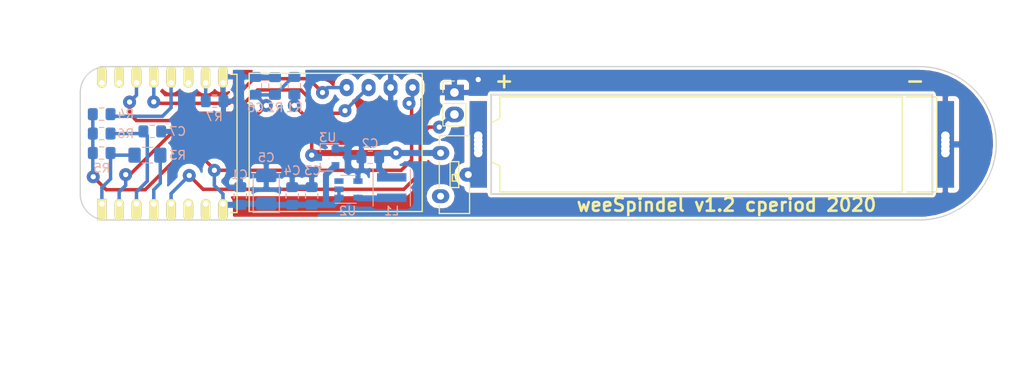
<source format=kicad_pcb>
(kicad_pcb (version 20171130) (host pcbnew 5.0.2-bee76a0~70~ubuntu18.04.1)

  (general
    (thickness 1.6)
    (drawings 16)
    (tracks 136)
    (zones 0)
    (modules 22)
    (nets 21)
  )

  (page A4)
  (layers
    (0 F.Cu signal)
    (31 B.Cu signal)
    (32 B.Adhes user)
    (33 F.Adhes user)
    (34 B.Paste user)
    (35 F.Paste user)
    (36 B.SilkS user)
    (37 F.SilkS user)
    (38 B.Mask user)
    (39 F.Mask user)
    (40 Dwgs.User user)
    (41 Cmts.User user)
    (42 Eco1.User user)
    (43 Eco2.User user)
    (44 Edge.Cuts user)
    (45 Margin user)
    (46 B.CrtYd user)
    (47 F.CrtYd user)
    (48 B.Fab user)
    (49 F.Fab user)
  )

  (setup
    (last_trace_width 0.4)
    (user_trace_width 0.7)
    (trace_clearance 0.6)
    (zone_clearance 0.3)
    (zone_45_only no)
    (trace_min 0.4)
    (segment_width 0.2)
    (edge_width 0.2)
    (via_size 1.5)
    (via_drill 0.6)
    (via_min_size 1.5)
    (via_min_drill 0.6)
    (uvia_size 0.3)
    (uvia_drill 0.1)
    (uvias_allowed no)
    (uvia_min_size 0.2)
    (uvia_min_drill 0.1)
    (pcb_text_width 0.3)
    (pcb_text_size 1.75 1.75)
    (mod_edge_width 0.15)
    (mod_text_size 1 1)
    (mod_text_width 0.15)
    (pad_size 2 10)
    (pad_drill 1)
    (pad_to_mask_clearance 0.051)
    (solder_mask_min_width 0.25)
    (aux_axis_origin 91 115)
    (visible_elements FFFFFF7F)
    (pcbplotparams
      (layerselection 0x01130_ffffffff)
      (usegerberextensions false)
      (usegerberattributes false)
      (usegerberadvancedattributes false)
      (creategerberjobfile false)
      (excludeedgelayer true)
      (linewidth 0.050000)
      (plotframeref false)
      (viasonmask false)
      (mode 1)
      (useauxorigin true)
      (hpglpennumber 1)
      (hpglpenspeed 20)
      (hpglpendiameter 15.000000)
      (psnegative false)
      (psa4output false)
      (plotreference true)
      (plotvalue true)
      (plotinvisibletext false)
      (padsonsilk false)
      (subtractmaskfromsilk false)
      (outputformat 1)
      (mirror false)
      (drillshape 0)
      (scaleselection 1)
      (outputdirectory "Gerbers/"))
  )

  (net 0 "")
  (net 1 GND)
  (net 2 3V3)
  (net 3 ADC)
  (net 4 SCL)
  (net 5 SDA)
  (net 6 "Net-(L1-Pad2)")
  (net 7 "Net-(JP1-Pad2)")
  (net 8 "Net-(BT1-Pad1)")
  (net 9 "Net-(R7-Pad2)")
  (net 10 "Net-(C7-Pad2)")
  (net 11 "Net-(R3-Pad2)")
  (net 12 "Net-(R4-Pad1)")
  (net 13 "Net-(R3-Pad1)")
  (net 14 "Net-(C2-Pad1)")
  (net 15 "Net-(U2-Pad3)")
  (net 16 "Net-(U1-Pad6)")
  (net 17 "Net-(U1-Pad7)")
  (net 18 "Net-(U1-Pad11)")
  (net 19 "Net-(U1-Pad15)")
  (net 20 "Net-(U1-Pad16)")

  (net_class Default "This is the default net class."
    (clearance 0.6)
    (trace_width 0.4)
    (via_dia 1.5)
    (via_drill 0.6)
    (uvia_dia 0.3)
    (uvia_drill 0.1)
    (diff_pair_gap 0.4)
    (diff_pair_width 0.4)
    (add_net 3V3)
    (add_net ADC)
    (add_net GND)
    (add_net "Net-(BT1-Pad1)")
    (add_net "Net-(C2-Pad1)")
    (add_net "Net-(C7-Pad2)")
    (add_net "Net-(JP1-Pad2)")
    (add_net "Net-(L1-Pad2)")
    (add_net "Net-(R3-Pad1)")
    (add_net "Net-(R3-Pad2)")
    (add_net "Net-(R4-Pad1)")
    (add_net "Net-(R7-Pad2)")
    (add_net "Net-(U1-Pad11)")
    (add_net "Net-(U1-Pad15)")
    (add_net "Net-(U1-Pad16)")
    (add_net "Net-(U1-Pad6)")
    (add_net "Net-(U1-Pad7)")
    (add_net "Net-(U2-Pad3)")
    (add_net SCL)
    (add_net SDA)
  )

  (module Capacitor_SMD:C_0805_2012Metric_Pad1.15x1.40mm_HandSolder (layer B.Cu) (tedit 5B36C52B) (tstamp 5E8FBEBD)
    (at 109.5 110.975 270)
    (descr "Capacitor SMD 0805 (2012 Metric), square (rectangular) end terminal, IPC_7351 nominal with elongated pad for handsoldering. (Body size source: https://docs.google.com/spreadsheets/d/1BsfQQcO9C6DZCsRaXUlFlo91Tg2WpOkGARC1WS5S8t0/edit?usp=sharing), generated with kicad-footprint-generator")
    (tags "capacitor handsolder")
    (path /5B0BCD0C)
    (attr smd)
    (fp_text reference C1 (at -2.475 0.1) (layer B.SilkS)
      (effects (font (size 1 1) (thickness 0.15)) (justify mirror))
    )
    (fp_text value 100nF (at 6.004999 -0.003 270) (layer B.Fab)
      (effects (font (size 1 1) (thickness 0.15)) (justify mirror))
    )
    (fp_text user %R (at 0 0 270) (layer B.Fab)
      (effects (font (size 0.5 0.5) (thickness 0.08)) (justify mirror))
    )
    (fp_line (start 1.85 -0.95) (end -1.85 -0.95) (layer B.CrtYd) (width 0.05))
    (fp_line (start 1.85 0.95) (end 1.85 -0.95) (layer B.CrtYd) (width 0.05))
    (fp_line (start -1.85 0.95) (end 1.85 0.95) (layer B.CrtYd) (width 0.05))
    (fp_line (start -1.85 -0.95) (end -1.85 0.95) (layer B.CrtYd) (width 0.05))
    (fp_line (start -0.261252 -0.71) (end 0.261252 -0.71) (layer B.SilkS) (width 0.12))
    (fp_line (start -0.261252 0.71) (end 0.261252 0.71) (layer B.SilkS) (width 0.12))
    (fp_line (start 1 -0.6) (end -1 -0.6) (layer B.Fab) (width 0.1))
    (fp_line (start 1 0.6) (end 1 -0.6) (layer B.Fab) (width 0.1))
    (fp_line (start -1 0.6) (end 1 0.6) (layer B.Fab) (width 0.1))
    (fp_line (start -1 -0.6) (end -1 0.6) (layer B.Fab) (width 0.1))
    (pad 2 smd roundrect (at 1.025 0 270) (size 1.15 1.4) (layers B.Cu B.Paste B.Mask) (roundrect_rratio 0.217391)
      (net 2 3V3))
    (pad 1 smd roundrect (at -1.025 0 270) (size 1.15 1.4) (layers B.Cu B.Paste B.Mask) (roundrect_rratio 0.217391)
      (net 1 GND))
    (model ${KISYS3DMOD}/Capacitor_SMD.3dshapes/C_0805_2012Metric.wrl
      (at (xyz 0 0 0))
      (scale (xyz 1 1 1))
      (rotate (xyz 0 0 0))
    )
  )

  (module CPB:Battery_Springs_AAA (layer F.Cu) (tedit 5E9CD273) (tstamp 5EAADD78)
    (at 164 105)
    (path /5E862E9B)
    (fp_text reference BT1 (at 30.5 0 90) (layer F.SilkS) hide
      (effects (font (size 1 1) (thickness 0.15)))
    )
    (fp_text value NiMH (at 0 -9.271) (layer F.Fab)
      (effects (font (size 1 1) (thickness 0.15)))
    )
    (fp_line (start 22 -5.5) (end -24.5 -5.5) (layer F.SilkS) (width 0.15))
    (fp_line (start -24.5 -5.5) (end -24.5 -3) (layer F.SilkS) (width 0.15))
    (fp_line (start -24.5 -3) (end -25.5 -2.5) (layer F.SilkS) (width 0.15))
    (fp_line (start -25.5 -2.5) (end -25.5 2) (layer F.SilkS) (width 0.15))
    (fp_line (start -25.5 2) (end -24.5 2.5) (layer F.SilkS) (width 0.15))
    (fp_line (start -24.5 2.5) (end -24.5 5.5) (layer F.SilkS) (width 0.15))
    (fp_line (start -24.5 5.5) (end 22 5.5) (layer F.SilkS) (width 0.15))
    (fp_line (start 22 5.5) (end 22 -5.5) (layer F.SilkS) (width 0.15))
    (fp_line (start 22.5 -5.5) (end 26 -5.5) (layer F.SilkS) (width 0.15))
    (fp_line (start 26 -5.5) (end 26 5.5) (layer F.SilkS) (width 0.15))
    (fp_line (start 26 5.5) (end 22.5 5.5) (layer F.SilkS) (width 0.15))
    (fp_line (start 29 -6) (end -28.5 -6) (layer F.Fab) (width 0.15))
    (fp_line (start -28.5 -6) (end -28.5 6) (layer F.Fab) (width 0.15))
    (fp_line (start -28.5 6) (end 29 6) (layer F.Fab) (width 0.15))
    (fp_line (start 29 6) (end 29 -6) (layer F.Fab) (width 0.15))
    (pad 2 thru_hole circle (at 27 1) (size 1 1) (drill 1) (layers *.Cu *.Mask)
      (net 1 GND))
    (pad 2 thru_hole circle (at 27 0.5) (size 1 1) (drill 1) (layers *.Cu *.Mask)
      (net 1 GND))
    (pad 2 thru_hole circle (at 27 -1) (size 1 1) (drill 1) (layers *.Cu *.Mask)
      (net 1 GND))
    (pad 2 thru_hole circle (at 27 -0.5) (size 1 1) (drill 1) (layers *.Cu *.Mask)
      (net 1 GND))
    (pad 1 thru_hole circle (at -27 -0.5) (size 1 1) (drill 1) (layers *.Cu *.Mask)
      (net 8 "Net-(BT1-Pad1)"))
    (pad 1 thru_hole circle (at -27 0.5) (size 1 1) (drill 1) (layers *.Cu *.Mask)
      (net 8 "Net-(BT1-Pad1)"))
    (pad 1 thru_hole circle (at -27 1) (size 1 1) (drill 1) (layers *.Cu *.Mask)
      (net 8 "Net-(BT1-Pad1)"))
    (pad 1 thru_hole circle (at -27 -1) (size 1 1) (drill 1) (layers *.Cu *.Mask)
      (net 8 "Net-(BT1-Pad1)"))
    (pad 2 thru_hole rect (at 27 0) (size 2 10) (drill 1) (layers *.Cu *.Mask)
      (net 1 GND))
    (pad 1 thru_hole rect (at -27 0) (size 2 10) (drill 1) (layers *.Cu *.Mask)
      (net 8 "Net-(BT1-Pad1)"))
  )

  (module Package_TO_SOT_SMD:SOT-23 (layer B.Cu) (tedit 5A02FF57) (tstamp 5ECB88F5)
    (at 119.5 106.5 180)
    (descr "SOT-23, Standard")
    (tags SOT-23)
    (path /5E95A681)
    (attr smd)
    (fp_text reference U3 (at -0.1 2.3) (layer B.SilkS)
      (effects (font (size 1 1) (thickness 0.15)) (justify mirror))
    )
    (fp_text value MCP1700-3302E_SOT23 (at -0.2 -17.4 90) (layer B.Fab)
      (effects (font (size 1 1) (thickness 0.15)) (justify mirror))
    )
    (fp_text user %R (at 0 0 90) (layer B.Fab)
      (effects (font (size 0.5 0.5) (thickness 0.075)) (justify mirror))
    )
    (fp_line (start -0.7 0.95) (end -0.7 -1.5) (layer B.Fab) (width 0.1))
    (fp_line (start -0.15 1.52) (end 0.7 1.52) (layer B.Fab) (width 0.1))
    (fp_line (start -0.7 0.95) (end -0.15 1.52) (layer B.Fab) (width 0.1))
    (fp_line (start 0.7 1.52) (end 0.7 -1.52) (layer B.Fab) (width 0.1))
    (fp_line (start -0.7 -1.52) (end 0.7 -1.52) (layer B.Fab) (width 0.1))
    (fp_line (start 0.76 -1.58) (end 0.76 -0.65) (layer B.SilkS) (width 0.12))
    (fp_line (start 0.76 1.58) (end 0.76 0.65) (layer B.SilkS) (width 0.12))
    (fp_line (start -1.7 1.75) (end 1.7 1.75) (layer B.CrtYd) (width 0.05))
    (fp_line (start 1.7 1.75) (end 1.7 -1.75) (layer B.CrtYd) (width 0.05))
    (fp_line (start 1.7 -1.75) (end -1.7 -1.75) (layer B.CrtYd) (width 0.05))
    (fp_line (start -1.7 -1.75) (end -1.7 1.75) (layer B.CrtYd) (width 0.05))
    (fp_line (start 0.76 1.58) (end -1.4 1.58) (layer B.SilkS) (width 0.12))
    (fp_line (start 0.76 -1.58) (end -0.7 -1.58) (layer B.SilkS) (width 0.12))
    (pad 1 smd rect (at -1 0.95 180) (size 0.9 0.8) (layers B.Cu B.Paste B.Mask)
      (net 1 GND))
    (pad 2 smd rect (at -1 -0.95 180) (size 0.9 0.8) (layers B.Cu B.Paste B.Mask)
      (net 2 3V3))
    (pad 3 smd rect (at 1 0 180) (size 0.9 0.8) (layers B.Cu B.Paste B.Mask)
      (net 14 "Net-(C2-Pad1)"))
    (model ${KISYS3DMOD}/Package_TO_SOT_SMD.3dshapes/SOT-23.wrl
      (at (xyz 0 0 0))
      (scale (xyz 1 1 1))
      (rotate (xyz 0 0 0))
    )
  )

  (module CPB:Socket_Strip_Straight_1x02_Oval_Pitch2.54mm (layer F.Cu) (tedit 5E93A794) (tstamp 5EC0DD20)
    (at 134.25 99)
    (descr "Through hole straight socket strip, 1x02, 2.54mm pitch, single row")
    (tags "Through hole socket strip THT 1x02 2.54mm single row")
    (path /5E859075)
    (fp_text reference JP1 (at 0 -2.33) (layer F.SilkS) hide
      (effects (font (size 1 1) (thickness 0.15)))
    )
    (fp_text value Cal (at 0 4.87) (layer F.Fab)
      (effects (font (size 1 1) (thickness 0.15)))
    )
    (fp_text user %R (at 0 -2.33) (layer F.Fab)
      (effects (font (size 1 1) (thickness 0.15)))
    )
    (fp_line (start 1.8 -1.8) (end -1.8 -1.8) (layer F.CrtYd) (width 0.05))
    (fp_line (start 1.8 4.35) (end 1.8 -1.8) (layer F.CrtYd) (width 0.05))
    (fp_line (start -1.8 4.35) (end 1.8 4.35) (layer F.CrtYd) (width 0.05))
    (fp_line (start -1.8 -1.8) (end -1.8 4.35) (layer F.CrtYd) (width 0.05))
    (fp_line (start -1.33 -1.33) (end 0 -1.33) (layer F.SilkS) (width 0.12))
    (fp_line (start -1.33 0) (end -1.33 -1.33) (layer F.SilkS) (width 0.12))
    (fp_line (start 1.33 1.27) (end -1.33 1.27) (layer F.SilkS) (width 0.12))
    (fp_line (start 1.33 3.87) (end 1.33 1.27) (layer F.SilkS) (width 0.12))
    (fp_line (start -1.33 3.87) (end 1.33 3.87) (layer F.SilkS) (width 0.12))
    (fp_line (start -1.33 1.27) (end -1.33 3.87) (layer F.SilkS) (width 0.12))
    (fp_line (start 1.27 -1.27) (end -1.27 -1.27) (layer F.Fab) (width 0.1))
    (fp_line (start 1.27 3.81) (end 1.27 -1.27) (layer F.Fab) (width 0.1))
    (fp_line (start -1.27 3.81) (end 1.27 3.81) (layer F.Fab) (width 0.1))
    (fp_line (start -1.27 -1.27) (end -1.27 3.81) (layer F.Fab) (width 0.1))
    (pad 2 thru_hole oval (at 0 2.54) (size 2.2 1.8) (drill 1) (layers *.Cu *.Mask)
      (net 7 "Net-(JP1-Pad2)"))
    (pad 1 thru_hole rect (at 0 0) (size 2.2 1.8) (drill 1) (layers *.Cu *.Mask)
      (net 1 GND))
    (model ${KISYS3DMOD}/Socket_Strips.3dshapes/Socket_Strip_Straight_1x02_Pitch2.54mm.wrl
      (offset (xyz 0 -1.269999980926514 0))
      (scale (xyz 1 1 1))
      (rotate (xyz 0 0 270))
    )
  )

  (module "CPB:MPU-6050 Breakout I2C" (layer F.Cu) (tedit 5E931156) (tstamp 5E9FB0C4)
    (at 120.523 104.775)
    (path /5E97FF96)
    (fp_text reference J1 (at -11 0 90) (layer F.SilkS) hide
      (effects (font (size 1 1) (thickness 0.15)))
    )
    (fp_text value MPU-6050 (at 0 -9) (layer F.Fab)
      (effects (font (size 1 1) (thickness 0.15)))
    )
    (fp_line (start -1.5 1.5) (end -1.5 -1.5) (layer F.Fab) (width 0.15))
    (fp_line (start 1.5 1.5) (end -1.5 1.5) (layer F.Fab) (width 0.15))
    (fp_line (start 1.5 -1.5) (end 1.5 1.5) (layer F.Fab) (width 0.15))
    (fp_line (start -1.5 -1.5) (end 1.5 -1.5) (layer F.Fab) (width 0.15))
    (fp_line (start 10.25 -8.25) (end -10.25 -8.25) (layer F.Fab) (width 0.15))
    (fp_line (start 10.25 8.25) (end 10.25 -8.25) (layer F.Fab) (width 0.15))
    (fp_line (start -10.25 8.25) (end 10.25 8.25) (layer F.Fab) (width 0.15))
    (fp_line (start -10.25 -8.25) (end -10.25 8.25) (layer F.Fab) (width 0.15))
    (fp_text user SDA (at 1.27 -3.81 90) (layer F.Fab)
      (effects (font (size 1 1) (thickness 0.15)))
    )
    (fp_text user SCL (at 3.81 -3.81 90) (layer F.Fab)
      (effects (font (size 1 1) (thickness 0.15)))
    )
    (fp_text user GND (at 6.35 -3.81 270) (layer F.Fab)
      (effects (font (size 1 1) (thickness 0.15)))
    )
    (fp_text user VCC (at 8.89 -3.81 270) (layer F.Fab)
      (effects (font (size 1 1) (thickness 0.15)))
    )
    (fp_circle (center -8 6) (end -6.585786 6) (layer F.Fab) (width 0.15))
    (fp_circle (center 8 6) (end 9.414214 6) (layer F.Fab) (width 0.15))
    (fp_line (start 10 8) (end 10 -8) (layer F.SilkS) (width 0.15))
    (fp_line (start -10 8) (end 10 8) (layer F.SilkS) (width 0.15))
    (fp_line (start -10 -8) (end -10 8) (layer F.SilkS) (width 0.15))
    (fp_line (start 10 -8) (end -10 -8) (layer F.SilkS) (width 0.15))
    (pad 4 thru_hole oval (at 1.27 -6.35) (size 1.6 2) (drill 0.762) (layers *.Cu *.Mask)
      (net 5 SDA))
    (pad 3 thru_hole oval (at 3.81 -6.35) (size 1.6 2) (drill 0.762) (layers *.Cu *.Mask)
      (net 4 SCL))
    (pad 2 thru_hole oval (at 6.35 -6.35) (size 1.6 2) (drill 0.762) (layers *.Cu *.Mask)
      (net 1 GND))
    (pad 1 thru_hole oval (at 8.89 -6.35) (size 1.6 2) (drill 0.762) (layers *.Cu *.Mask)
      (net 2 3V3))
  )

  (module Resistor_SMD:R_1206_3216Metric_Pad1.42x1.75mm_HandSolder (layer B.Cu) (tedit 5B301BBD) (tstamp 5EBFDCDA)
    (at 98.7625 106.25 180)
    (descr "Resistor SMD 1206 (3216 Metric), square (rectangular) end terminal, IPC_7351 nominal with elongated pad for handsoldering. (Body size source: http://www.tortai-tech.com/upload/download/2011102023233369053.pdf), generated with kicad-footprint-generator")
    (tags "resistor handsolder")
    (path /5E9ADDC8)
    (attr smd)
    (fp_text reference R3 (at -3.4875 0) (layer B.SilkS)
      (effects (font (size 1 1) (thickness 0.15)) (justify mirror))
    )
    (fp_text value 1K (at -0.0875 -8.95 180) (layer B.Fab)
      (effects (font (size 1 1) (thickness 0.15)) (justify mirror))
    )
    (fp_line (start -1.6 -0.8) (end -1.6 0.8) (layer B.Fab) (width 0.1))
    (fp_line (start -1.6 0.8) (end 1.6 0.8) (layer B.Fab) (width 0.1))
    (fp_line (start 1.6 0.8) (end 1.6 -0.8) (layer B.Fab) (width 0.1))
    (fp_line (start 1.6 -0.8) (end -1.6 -0.8) (layer B.Fab) (width 0.1))
    (fp_line (start -0.602064 0.91) (end 0.602064 0.91) (layer B.SilkS) (width 0.12))
    (fp_line (start -0.602064 -0.91) (end 0.602064 -0.91) (layer B.SilkS) (width 0.12))
    (fp_line (start -2.45 -1.12) (end -2.45 1.12) (layer B.CrtYd) (width 0.05))
    (fp_line (start -2.45 1.12) (end 2.45 1.12) (layer B.CrtYd) (width 0.05))
    (fp_line (start 2.45 1.12) (end 2.45 -1.12) (layer B.CrtYd) (width 0.05))
    (fp_line (start 2.45 -1.12) (end -2.45 -1.12) (layer B.CrtYd) (width 0.05))
    (fp_text user %R (at 0 0 180) (layer B.Fab)
      (effects (font (size 0.8 0.8) (thickness 0.12)) (justify mirror))
    )
    (pad 1 smd roundrect (at -1.4875 0 180) (size 1.425 1.75) (layers B.Cu B.Paste B.Mask) (roundrect_rratio 0.175439)
      (net 13 "Net-(R3-Pad1)"))
    (pad 2 smd roundrect (at 1.4875 0 180) (size 1.425 1.75) (layers B.Cu B.Paste B.Mask) (roundrect_rratio 0.175439)
      (net 11 "Net-(R3-Pad2)"))
    (model ${KISYS3DMOD}/Resistor_SMD.3dshapes/R_1206_3216Metric.wrl
      (at (xyz 0 0 0))
      (scale (xyz 1 1 1))
      (rotate (xyz 0 0 0))
    )
  )

  (module Capacitor_SMD:C_0805_2012Metric_Pad1.15x1.40mm_HandSolder (layer B.Cu) (tedit 5B36C52B) (tstamp 5E8531B7)
    (at 124.525 106.5 180)
    (descr "Capacitor SMD 0805 (2012 Metric), square (rectangular) end terminal, IPC_7351 nominal with elongated pad for handsoldering. (Body size source: https://docs.google.com/spreadsheets/d/1BsfQQcO9C6DZCsRaXUlFlo91Tg2WpOkGARC1WS5S8t0/edit?usp=sharing), generated with kicad-footprint-generator")
    (tags "capacitor handsolder")
    (path /5CD61C94)
    (attr smd)
    (fp_text reference C2 (at 0.025 1.6) (layer B.SilkS)
      (effects (font (size 1 1) (thickness 0.15)) (justify mirror))
    )
    (fp_text value 10uF (at -0.225 -9) (layer B.Fab)
      (effects (font (size 1 1) (thickness 0.15)) (justify mirror))
    )
    (fp_text user %R (at 0 0 180) (layer B.Fab)
      (effects (font (size 0.5 0.5) (thickness 0.08)) (justify mirror))
    )
    (fp_line (start 1.85 -0.95) (end -1.85 -0.95) (layer B.CrtYd) (width 0.05))
    (fp_line (start 1.85 0.95) (end 1.85 -0.95) (layer B.CrtYd) (width 0.05))
    (fp_line (start -1.85 0.95) (end 1.85 0.95) (layer B.CrtYd) (width 0.05))
    (fp_line (start -1.85 -0.95) (end -1.85 0.95) (layer B.CrtYd) (width 0.05))
    (fp_line (start -0.261252 -0.71) (end 0.261252 -0.71) (layer B.SilkS) (width 0.12))
    (fp_line (start -0.261252 0.71) (end 0.261252 0.71) (layer B.SilkS) (width 0.12))
    (fp_line (start 1 -0.6) (end -1 -0.6) (layer B.Fab) (width 0.1))
    (fp_line (start 1 0.6) (end 1 -0.6) (layer B.Fab) (width 0.1))
    (fp_line (start -1 0.6) (end 1 0.6) (layer B.Fab) (width 0.1))
    (fp_line (start -1 -0.6) (end -1 0.6) (layer B.Fab) (width 0.1))
    (pad 2 smd roundrect (at 1.025 0 180) (size 1.15 1.4) (layers B.Cu B.Paste B.Mask) (roundrect_rratio 0.217391)
      (net 1 GND))
    (pad 1 smd roundrect (at -1.025 0 180) (size 1.15 1.4) (layers B.Cu B.Paste B.Mask) (roundrect_rratio 0.217391)
      (net 14 "Net-(C2-Pad1)"))
    (model ${KISYS3DMOD}/Capacitor_SMD.3dshapes/C_0805_2012Metric.wrl
      (at (xyz 0 0 0))
      (scale (xyz 1 1 1))
      (rotate (xyz 0 0 0))
    )
  )

  (module Capacitor_SMD:C_0805_2012Metric_Pad1.15x1.40mm_HandSolder (layer B.Cu) (tedit 5B36C52B) (tstamp 5E8FBEDF)
    (at 117.75 110.975 90)
    (descr "Capacitor SMD 0805 (2012 Metric), square (rectangular) end terminal, IPC_7351 nominal with elongated pad for handsoldering. (Body size source: https://docs.google.com/spreadsheets/d/1BsfQQcO9C6DZCsRaXUlFlo91Tg2WpOkGARC1WS5S8t0/edit?usp=sharing), generated with kicad-footprint-generator")
    (tags "capacitor handsolder")
    (path /5CD61CDE)
    (attr smd)
    (fp_text reference C3 (at 2.945001 0.1 180) (layer B.SilkS)
      (effects (font (size 1 1) (thickness 0.15)) (justify mirror))
    )
    (fp_text value 10uF (at -5.454999 0 90) (layer B.Fab)
      (effects (font (size 1 1) (thickness 0.15)) (justify mirror))
    )
    (fp_line (start -1 -0.6) (end -1 0.6) (layer B.Fab) (width 0.1))
    (fp_line (start -1 0.6) (end 1 0.6) (layer B.Fab) (width 0.1))
    (fp_line (start 1 0.6) (end 1 -0.6) (layer B.Fab) (width 0.1))
    (fp_line (start 1 -0.6) (end -1 -0.6) (layer B.Fab) (width 0.1))
    (fp_line (start -0.261252 0.71) (end 0.261252 0.71) (layer B.SilkS) (width 0.12))
    (fp_line (start -0.261252 -0.71) (end 0.261252 -0.71) (layer B.SilkS) (width 0.12))
    (fp_line (start -1.85 -0.95) (end -1.85 0.95) (layer B.CrtYd) (width 0.05))
    (fp_line (start -1.85 0.95) (end 1.85 0.95) (layer B.CrtYd) (width 0.05))
    (fp_line (start 1.85 0.95) (end 1.85 -0.95) (layer B.CrtYd) (width 0.05))
    (fp_line (start 1.85 -0.95) (end -1.85 -0.95) (layer B.CrtYd) (width 0.05))
    (fp_text user %R (at 0 0 90) (layer B.Fab)
      (effects (font (size 0.5 0.5) (thickness 0.08)) (justify mirror))
    )
    (pad 1 smd roundrect (at -1.025 0 90) (size 1.15 1.4) (layers B.Cu B.Paste B.Mask) (roundrect_rratio 0.217391)
      (net 2 3V3))
    (pad 2 smd roundrect (at 1.025 0 90) (size 1.15 1.4) (layers B.Cu B.Paste B.Mask) (roundrect_rratio 0.217391)
      (net 1 GND))
    (model ${KISYS3DMOD}/Capacitor_SMD.3dshapes/C_0805_2012Metric.wrl
      (at (xyz 0 0 0))
      (scale (xyz 1 1 1))
      (rotate (xyz 0 0 0))
    )
  )

  (module Capacitor_SMD:C_0805_2012Metric_Pad1.15x1.40mm_HandSolder (layer B.Cu) (tedit 5B36C52B) (tstamp 5E8FE4A6)
    (at 115.5 110.975 90)
    (descr "Capacitor SMD 0805 (2012 Metric), square (rectangular) end terminal, IPC_7351 nominal with elongated pad for handsoldering. (Body size source: https://docs.google.com/spreadsheets/d/1BsfQQcO9C6DZCsRaXUlFlo91Tg2WpOkGARC1WS5S8t0/edit?usp=sharing), generated with kicad-footprint-generator")
    (tags "capacitor handsolder")
    (path /5D095DCD)
    (attr smd)
    (fp_text reference C4 (at 2.945001 0 180) (layer B.SilkS)
      (effects (font (size 1 1) (thickness 0.15)) (justify mirror))
    )
    (fp_text value 10uF (at -5.454999 0 90) (layer B.Fab)
      (effects (font (size 1 1) (thickness 0.15)) (justify mirror))
    )
    (fp_line (start -1 -0.6) (end -1 0.6) (layer B.Fab) (width 0.1))
    (fp_line (start -1 0.6) (end 1 0.6) (layer B.Fab) (width 0.1))
    (fp_line (start 1 0.6) (end 1 -0.6) (layer B.Fab) (width 0.1))
    (fp_line (start 1 -0.6) (end -1 -0.6) (layer B.Fab) (width 0.1))
    (fp_line (start -0.261252 0.71) (end 0.261252 0.71) (layer B.SilkS) (width 0.12))
    (fp_line (start -0.261252 -0.71) (end 0.261252 -0.71) (layer B.SilkS) (width 0.12))
    (fp_line (start -1.85 -0.95) (end -1.85 0.95) (layer B.CrtYd) (width 0.05))
    (fp_line (start -1.85 0.95) (end 1.85 0.95) (layer B.CrtYd) (width 0.05))
    (fp_line (start 1.85 0.95) (end 1.85 -0.95) (layer B.CrtYd) (width 0.05))
    (fp_line (start 1.85 -0.95) (end -1.85 -0.95) (layer B.CrtYd) (width 0.05))
    (fp_text user %R (at 0 0 90) (layer B.Fab)
      (effects (font (size 0.5 0.5) (thickness 0.08)) (justify mirror))
    )
    (pad 1 smd roundrect (at -1.025 0 90) (size 1.15 1.4) (layers B.Cu B.Paste B.Mask) (roundrect_rratio 0.217391)
      (net 2 3V3))
    (pad 2 smd roundrect (at 1.025 0 90) (size 1.15 1.4) (layers B.Cu B.Paste B.Mask) (roundrect_rratio 0.217391)
      (net 1 GND))
    (model ${KISYS3DMOD}/Capacitor_SMD.3dshapes/C_0805_2012Metric.wrl
      (at (xyz 0 0 0))
      (scale (xyz 1 1 1))
      (rotate (xyz 0 0 0))
    )
  )

  (module Capacitor_SMD:C_0805_2012Metric_Pad1.15x1.40mm_HandSolder (layer B.Cu) (tedit 5B36C52B) (tstamp 5EBFEA13)
    (at 111.25 98.225 90)
    (descr "Capacitor SMD 0805 (2012 Metric), square (rectangular) end terminal, IPC_7351 nominal with elongated pad for handsoldering. (Body size source: https://docs.google.com/spreadsheets/d/1BsfQQcO9C6DZCsRaXUlFlo91Tg2WpOkGARC1WS5S8t0/edit?usp=sharing), generated with kicad-footprint-generator")
    (tags "capacitor handsolder")
    (path /5CE67CB7)
    (attr smd)
    (fp_text reference C6 (at -2.525 0 180) (layer B.SilkS)
      (effects (font (size 1 1) (thickness 0.15)) (justify mirror))
    )
    (fp_text value 100nF (at 7.5 0 90) (layer B.Fab)
      (effects (font (size 1 1) (thickness 0.15)) (justify mirror))
    )
    (fp_text user %R (at 0 0 90) (layer B.Fab)
      (effects (font (size 0.5 0.5) (thickness 0.08)) (justify mirror))
    )
    (fp_line (start 1.85 -0.95) (end -1.85 -0.95) (layer B.CrtYd) (width 0.05))
    (fp_line (start 1.85 0.95) (end 1.85 -0.95) (layer B.CrtYd) (width 0.05))
    (fp_line (start -1.85 0.95) (end 1.85 0.95) (layer B.CrtYd) (width 0.05))
    (fp_line (start -1.85 -0.95) (end -1.85 0.95) (layer B.CrtYd) (width 0.05))
    (fp_line (start -0.261252 -0.71) (end 0.261252 -0.71) (layer B.SilkS) (width 0.12))
    (fp_line (start -0.261252 0.71) (end 0.261252 0.71) (layer B.SilkS) (width 0.12))
    (fp_line (start 1 -0.6) (end -1 -0.6) (layer B.Fab) (width 0.1))
    (fp_line (start 1 0.6) (end 1 -0.6) (layer B.Fab) (width 0.1))
    (fp_line (start -1 0.6) (end 1 0.6) (layer B.Fab) (width 0.1))
    (fp_line (start -1 -0.6) (end -1 0.6) (layer B.Fab) (width 0.1))
    (pad 2 smd roundrect (at 1.025 0 90) (size 1.15 1.4) (layers B.Cu B.Paste B.Mask) (roundrect_rratio 0.217391)
      (net 1 GND))
    (pad 1 smd roundrect (at -1.025 0 90) (size 1.15 1.4) (layers B.Cu B.Paste B.Mask) (roundrect_rratio 0.217391)
      (net 3 ADC))
    (model ${KISYS3DMOD}/Capacitor_SMD.3dshapes/C_0805_2012Metric.wrl
      (at (xyz 0 0 0))
      (scale (xyz 1 1 1))
      (rotate (xyz 0 0 0))
    )
  )

  (module Capacitor_SMD:C_0805_2012Metric_Pad1.15x1.40mm_HandSolder (layer B.Cu) (tedit 5B36C52B) (tstamp 5E8FBF3A)
    (at 99.325 103.5 180)
    (descr "Capacitor SMD 0805 (2012 Metric), square (rectangular) end terminal, IPC_7351 nominal with elongated pad for handsoldering. (Body size source: https://docs.google.com/spreadsheets/d/1BsfQQcO9C6DZCsRaXUlFlo91Tg2WpOkGARC1WS5S8t0/edit?usp=sharing), generated with kicad-footprint-generator")
    (tags "capacitor handsolder")
    (path /5CC4D333)
    (attr smd)
    (fp_text reference C7 (at -2.925 0) (layer B.SilkS)
      (effects (font (size 1 1) (thickness 0.15)) (justify mirror))
    )
    (fp_text value 100nF (at -0.375 9.7 180) (layer B.Fab)
      (effects (font (size 1 1) (thickness 0.15)) (justify mirror))
    )
    (fp_line (start -1 -0.6) (end -1 0.6) (layer B.Fab) (width 0.1))
    (fp_line (start -1 0.6) (end 1 0.6) (layer B.Fab) (width 0.1))
    (fp_line (start 1 0.6) (end 1 -0.6) (layer B.Fab) (width 0.1))
    (fp_line (start 1 -0.6) (end -1 -0.6) (layer B.Fab) (width 0.1))
    (fp_line (start -0.261252 0.71) (end 0.261252 0.71) (layer B.SilkS) (width 0.12))
    (fp_line (start -0.261252 -0.71) (end 0.261252 -0.71) (layer B.SilkS) (width 0.12))
    (fp_line (start -1.85 -0.95) (end -1.85 0.95) (layer B.CrtYd) (width 0.05))
    (fp_line (start -1.85 0.95) (end 1.85 0.95) (layer B.CrtYd) (width 0.05))
    (fp_line (start 1.85 0.95) (end 1.85 -0.95) (layer B.CrtYd) (width 0.05))
    (fp_line (start 1.85 -0.95) (end -1.85 -0.95) (layer B.CrtYd) (width 0.05))
    (fp_text user %R (at 0 0 180) (layer B.Fab)
      (effects (font (size 0.5 0.5) (thickness 0.08)) (justify mirror))
    )
    (pad 1 smd roundrect (at -1.025 0 180) (size 1.15 1.4) (layers B.Cu B.Paste B.Mask) (roundrect_rratio 0.217391)
      (net 1 GND))
    (pad 2 smd roundrect (at 1.025 0 180) (size 1.15 1.4) (layers B.Cu B.Paste B.Mask) (roundrect_rratio 0.217391)
      (net 10 "Net-(C7-Pad2)"))
    (model ${KISYS3DMOD}/Capacitor_SMD.3dshapes/C_0805_2012Metric.wrl
      (at (xyz 0 0 0))
      (scale (xyz 1 1 1))
      (rotate (xyz 0 0 0))
    )
  )

  (module Inductor_SMD:L_Coilcraft_XxL4040 (layer B.Cu) (tedit 5A44C862) (tstamp 5E8FBF7C)
    (at 127 110 270)
    (descr "L_Coilcraft_XxL4040 https://www.coilcraft.com/pdfs/xal4000.pdf")
    (tags "L Coilcraft XxL4040")
    (path /5CD61B46)
    (clearance 0.8)
    (attr smd)
    (fp_text reference L1 (at 2.7 0 180) (layer B.SilkS)
      (effects (font (size 1 1) (thickness 0.15)) (justify mirror))
    )
    (fp_text value 10uH (at 8.5 0 270) (layer B.Fab)
      (effects (font (size 1 1) (thickness 0.15)) (justify mirror))
    )
    (fp_text user %R (at 0 0 270) (layer B.Fab)
      (effects (font (size 1 1) (thickness 0.15)) (justify mirror))
    )
    (fp_line (start 2.154 -2.154) (end -2.154 -2.154) (layer B.SilkS) (width 0.12))
    (fp_line (start -2.154 2.154) (end 2.154 2.154) (layer B.SilkS) (width 0.12))
    (fp_line (start -2.26 -2.26) (end -2.26 2.26) (layer B.CrtYd) (width 0.05))
    (fp_line (start 2.26 -2.26) (end -2.26 -2.26) (layer B.CrtYd) (width 0.05))
    (fp_line (start 2.26 2.26) (end 2.26 -2.26) (layer B.CrtYd) (width 0.05))
    (fp_line (start -2.26 2.26) (end 2.26 2.26) (layer B.CrtYd) (width 0.05))
    (fp_line (start -2 -2) (end -2 2) (layer B.Fab) (width 0.1))
    (fp_line (start 2 -2) (end -2 -2) (layer B.Fab) (width 0.1))
    (fp_line (start 2 2) (end 2 -2) (layer B.Fab) (width 0.1))
    (fp_line (start -2 2) (end 2 2) (layer B.Fab) (width 0.1))
    (pad 1 smd rect (at -1.185 0 270) (size 0.98 3.4) (layers B.Cu B.Paste B.Mask)
      (net 14 "Net-(C2-Pad1)"))
    (pad 2 smd rect (at 1.185 0 270) (size 0.98 3.4) (layers B.Cu B.Paste B.Mask)
      (net 6 "Net-(L1-Pad2)"))
    (model ${KISYS3DMOD}/Inductor_SMD.3dshapes/L_Coilcraft_XxL4040.wrl
      (at (xyz 0 0 0))
      (scale (xyz 1 1 1))
      (rotate (xyz 0 0 0))
    )
  )

  (module Resistor_SMD:R_0805_2012Metric_Pad1.15x1.40mm_HandSolder (layer B.Cu) (tedit 5B36C52B) (tstamp 5ECBA7B2)
    (at 115.75 98.225 270)
    (descr "Resistor SMD 0805 (2012 Metric), square (rectangular) end terminal, IPC_7351 nominal with elongated pad for handsoldering. (Body size source: https://docs.google.com/spreadsheets/d/1BsfQQcO9C6DZCsRaXUlFlo91Tg2WpOkGARC1WS5S8t0/edit?usp=sharing), generated with kicad-footprint-generator")
    (tags "resistor handsolder")
    (path /5CE089C6)
    (attr smd)
    (fp_text reference R1 (at 2.525 0) (layer B.SilkS)
      (effects (font (size 1 1) (thickness 0.15)) (justify mirror))
    )
    (fp_text value 1M (at -6.725 0 270) (layer B.Fab)
      (effects (font (size 1 1) (thickness 0.15)) (justify mirror))
    )
    (fp_text user %R (at 0 0 270) (layer B.Fab)
      (effects (font (size 0.5 0.5) (thickness 0.08)) (justify mirror))
    )
    (fp_line (start 1.85 -0.95) (end -1.85 -0.95) (layer B.CrtYd) (width 0.05))
    (fp_line (start 1.85 0.95) (end 1.85 -0.95) (layer B.CrtYd) (width 0.05))
    (fp_line (start -1.85 0.95) (end 1.85 0.95) (layer B.CrtYd) (width 0.05))
    (fp_line (start -1.85 -0.95) (end -1.85 0.95) (layer B.CrtYd) (width 0.05))
    (fp_line (start -0.261252 -0.71) (end 0.261252 -0.71) (layer B.SilkS) (width 0.12))
    (fp_line (start -0.261252 0.71) (end 0.261252 0.71) (layer B.SilkS) (width 0.12))
    (fp_line (start 1 -0.6) (end -1 -0.6) (layer B.Fab) (width 0.1))
    (fp_line (start 1 0.6) (end 1 -0.6) (layer B.Fab) (width 0.1))
    (fp_line (start -1 0.6) (end 1 0.6) (layer B.Fab) (width 0.1))
    (fp_line (start -1 -0.6) (end -1 0.6) (layer B.Fab) (width 0.1))
    (pad 2 smd roundrect (at 1.025 0 270) (size 1.15 1.4) (layers B.Cu B.Paste B.Mask) (roundrect_rratio 0.217391)
      (net 14 "Net-(C2-Pad1)"))
    (pad 1 smd roundrect (at -1.025 0 270) (size 1.15 1.4) (layers B.Cu B.Paste B.Mask) (roundrect_rratio 0.217391)
      (net 3 ADC))
    (model ${KISYS3DMOD}/Resistor_SMD.3dshapes/R_0805_2012Metric.wrl
      (at (xyz 0 0 0))
      (scale (xyz 1 1 1))
      (rotate (xyz 0 0 0))
    )
  )

  (module Resistor_SMD:R_0805_2012Metric_Pad1.15x1.40mm_HandSolder (layer B.Cu) (tedit 5B36C52B) (tstamp 5E8FBF9E)
    (at 113.5 98.25 270)
    (descr "Resistor SMD 0805 (2012 Metric), square (rectangular) end terminal, IPC_7351 nominal with elongated pad for handsoldering. (Body size source: https://docs.google.com/spreadsheets/d/1BsfQQcO9C6DZCsRaXUlFlo91Tg2WpOkGARC1WS5S8t0/edit?usp=sharing), generated with kicad-footprint-generator")
    (tags "resistor handsolder")
    (path /5CE08A65)
    (attr smd)
    (fp_text reference R2 (at 2.5 0) (layer B.SilkS)
      (effects (font (size 1 1) (thickness 0.15)) (justify mirror))
    )
    (fp_text value 330K (at -7.25 0 270) (layer B.Fab)
      (effects (font (size 1 1) (thickness 0.15)) (justify mirror))
    )
    (fp_line (start -1 -0.6) (end -1 0.6) (layer B.Fab) (width 0.1))
    (fp_line (start -1 0.6) (end 1 0.6) (layer B.Fab) (width 0.1))
    (fp_line (start 1 0.6) (end 1 -0.6) (layer B.Fab) (width 0.1))
    (fp_line (start 1 -0.6) (end -1 -0.6) (layer B.Fab) (width 0.1))
    (fp_line (start -0.261252 0.71) (end 0.261252 0.71) (layer B.SilkS) (width 0.12))
    (fp_line (start -0.261252 -0.71) (end 0.261252 -0.71) (layer B.SilkS) (width 0.12))
    (fp_line (start -1.85 -0.95) (end -1.85 0.95) (layer B.CrtYd) (width 0.05))
    (fp_line (start -1.85 0.95) (end 1.85 0.95) (layer B.CrtYd) (width 0.05))
    (fp_line (start 1.85 0.95) (end 1.85 -0.95) (layer B.CrtYd) (width 0.05))
    (fp_line (start 1.85 -0.95) (end -1.85 -0.95) (layer B.CrtYd) (width 0.05))
    (fp_text user %R (at 0 0 270) (layer B.Fab)
      (effects (font (size 0.5 0.5) (thickness 0.08)) (justify mirror))
    )
    (pad 1 smd roundrect (at -1.025 0 270) (size 1.15 1.4) (layers B.Cu B.Paste B.Mask) (roundrect_rratio 0.217391)
      (net 1 GND))
    (pad 2 smd roundrect (at 1.025 0 270) (size 1.15 1.4) (layers B.Cu B.Paste B.Mask) (roundrect_rratio 0.217391)
      (net 3 ADC))
    (model ${KISYS3DMOD}/Resistor_SMD.3dshapes/R_0805_2012Metric.wrl
      (at (xyz 0 0 0))
      (scale (xyz 1 1 1))
      (rotate (xyz 0 0 0))
    )
  )

  (module Resistor_SMD:R_0805_2012Metric_Pad1.15x1.40mm_HandSolder (layer B.Cu) (tedit 5B36C52B) (tstamp 5E8FBFC0)
    (at 93.475 101.5 180)
    (descr "Resistor SMD 0805 (2012 Metric), square (rectangular) end terminal, IPC_7351 nominal with elongated pad for handsoldering. (Body size source: https://docs.google.com/spreadsheets/d/1BsfQQcO9C6DZCsRaXUlFlo91Tg2WpOkGARC1WS5S8t0/edit?usp=sharing), generated with kicad-footprint-generator")
    (tags "resistor handsolder")
    (path /5E9A8366)
    (attr smd)
    (fp_text reference R4 (at -2.775 0) (layer B.SilkS)
      (effects (font (size 1 1) (thickness 0.15)) (justify mirror))
    )
    (fp_text value 10K (at 10.175 0.15 180) (layer B.Fab)
      (effects (font (size 1 1) (thickness 0.15)) (justify mirror))
    )
    (fp_line (start -1 -0.6) (end -1 0.6) (layer B.Fab) (width 0.1))
    (fp_line (start -1 0.6) (end 1 0.6) (layer B.Fab) (width 0.1))
    (fp_line (start 1 0.6) (end 1 -0.6) (layer B.Fab) (width 0.1))
    (fp_line (start 1 -0.6) (end -1 -0.6) (layer B.Fab) (width 0.1))
    (fp_line (start -0.261252 0.71) (end 0.261252 0.71) (layer B.SilkS) (width 0.12))
    (fp_line (start -0.261252 -0.71) (end 0.261252 -0.71) (layer B.SilkS) (width 0.12))
    (fp_line (start -1.85 -0.95) (end -1.85 0.95) (layer B.CrtYd) (width 0.05))
    (fp_line (start -1.85 0.95) (end 1.85 0.95) (layer B.CrtYd) (width 0.05))
    (fp_line (start 1.85 0.95) (end 1.85 -0.95) (layer B.CrtYd) (width 0.05))
    (fp_line (start 1.85 -0.95) (end -1.85 -0.95) (layer B.CrtYd) (width 0.05))
    (fp_text user %R (at 0 0 180) (layer B.Fab)
      (effects (font (size 0.5 0.5) (thickness 0.08)) (justify mirror))
    )
    (pad 1 smd roundrect (at -1.025 0 180) (size 1.15 1.4) (layers B.Cu B.Paste B.Mask) (roundrect_rratio 0.217391)
      (net 12 "Net-(R4-Pad1)"))
    (pad 2 smd roundrect (at 1.025 0 180) (size 1.15 1.4) (layers B.Cu B.Paste B.Mask) (roundrect_rratio 0.217391)
      (net 2 3V3))
    (model ${KISYS3DMOD}/Resistor_SMD.3dshapes/R_0805_2012Metric.wrl
      (at (xyz 0 0 0))
      (scale (xyz 1 1 1))
      (rotate (xyz 0 0 0))
    )
  )

  (module Resistor_SMD:R_0805_2012Metric_Pad1.15x1.40mm_HandSolder (layer B.Cu) (tedit 5B36C52B) (tstamp 5E8FBFD1)
    (at 93.475 106 180)
    (descr "Resistor SMD 0805 (2012 Metric), square (rectangular) end terminal, IPC_7351 nominal with elongated pad for handsoldering. (Body size source: https://docs.google.com/spreadsheets/d/1BsfQQcO9C6DZCsRaXUlFlo91Tg2WpOkGARC1WS5S8t0/edit?usp=sharing), generated with kicad-footprint-generator")
    (tags "resistor handsolder")
    (path /5CA494A3)
    (attr smd)
    (fp_text reference R5 (at -0.025 -1.75) (layer B.SilkS)
      (effects (font (size 1 1) (thickness 0.15)) (justify mirror))
    )
    (fp_text value 47K (at 9.8 -0.2 180) (layer B.Fab)
      (effects (font (size 1 1) (thickness 0.15)) (justify mirror))
    )
    (fp_text user %R (at 0 0 180) (layer B.Fab)
      (effects (font (size 0.5 0.5) (thickness 0.08)) (justify mirror))
    )
    (fp_line (start 1.85 -0.95) (end -1.85 -0.95) (layer B.CrtYd) (width 0.05))
    (fp_line (start 1.85 0.95) (end 1.85 -0.95) (layer B.CrtYd) (width 0.05))
    (fp_line (start -1.85 0.95) (end 1.85 0.95) (layer B.CrtYd) (width 0.05))
    (fp_line (start -1.85 -0.95) (end -1.85 0.95) (layer B.CrtYd) (width 0.05))
    (fp_line (start -0.261252 -0.71) (end 0.261252 -0.71) (layer B.SilkS) (width 0.12))
    (fp_line (start -0.261252 0.71) (end 0.261252 0.71) (layer B.SilkS) (width 0.12))
    (fp_line (start 1 -0.6) (end -1 -0.6) (layer B.Fab) (width 0.1))
    (fp_line (start 1 0.6) (end 1 -0.6) (layer B.Fab) (width 0.1))
    (fp_line (start -1 0.6) (end 1 0.6) (layer B.Fab) (width 0.1))
    (fp_line (start -1 -0.6) (end -1 0.6) (layer B.Fab) (width 0.1))
    (pad 2 smd roundrect (at 1.025 0 180) (size 1.15 1.4) (layers B.Cu B.Paste B.Mask) (roundrect_rratio 0.217391)
      (net 2 3V3))
    (pad 1 smd roundrect (at -1.025 0 180) (size 1.15 1.4) (layers B.Cu B.Paste B.Mask) (roundrect_rratio 0.217391)
      (net 11 "Net-(R3-Pad2)"))
    (model ${KISYS3DMOD}/Resistor_SMD.3dshapes/R_0805_2012Metric.wrl
      (at (xyz 0 0 0))
      (scale (xyz 1 1 1))
      (rotate (xyz 0 0 0))
    )
  )

  (module Resistor_SMD:R_0805_2012Metric_Pad1.15x1.40mm_HandSolder (layer B.Cu) (tedit 5B36C52B) (tstamp 5E8FBFE2)
    (at 93.475 103.75 180)
    (descr "Resistor SMD 0805 (2012 Metric), square (rectangular) end terminal, IPC_7351 nominal with elongated pad for handsoldering. (Body size source: https://docs.google.com/spreadsheets/d/1BsfQQcO9C6DZCsRaXUlFlo91Tg2WpOkGARC1WS5S8t0/edit?usp=sharing), generated with kicad-footprint-generator")
    (tags "resistor handsolder")
    (path /5B0C7A88)
    (attr smd)
    (fp_text reference R6 (at -2.775 0) (layer B.SilkS)
      (effects (font (size 1 1) (thickness 0.15)) (justify mirror))
    )
    (fp_text value 10K (at 9.7 0 180) (layer B.Fab)
      (effects (font (size 1 1) (thickness 0.15)) (justify mirror))
    )
    (fp_line (start -1 -0.6) (end -1 0.6) (layer B.Fab) (width 0.1))
    (fp_line (start -1 0.6) (end 1 0.6) (layer B.Fab) (width 0.1))
    (fp_line (start 1 0.6) (end 1 -0.6) (layer B.Fab) (width 0.1))
    (fp_line (start 1 -0.6) (end -1 -0.6) (layer B.Fab) (width 0.1))
    (fp_line (start -0.261252 0.71) (end 0.261252 0.71) (layer B.SilkS) (width 0.12))
    (fp_line (start -0.261252 -0.71) (end 0.261252 -0.71) (layer B.SilkS) (width 0.12))
    (fp_line (start -1.85 -0.95) (end -1.85 0.95) (layer B.CrtYd) (width 0.05))
    (fp_line (start -1.85 0.95) (end 1.85 0.95) (layer B.CrtYd) (width 0.05))
    (fp_line (start 1.85 0.95) (end 1.85 -0.95) (layer B.CrtYd) (width 0.05))
    (fp_line (start 1.85 -0.95) (end -1.85 -0.95) (layer B.CrtYd) (width 0.05))
    (fp_text user %R (at 0 0 180) (layer B.Fab)
      (effects (font (size 0.5 0.5) (thickness 0.08)) (justify mirror))
    )
    (pad 1 smd roundrect (at -1.025 0 180) (size 1.15 1.4) (layers B.Cu B.Paste B.Mask) (roundrect_rratio 0.217391)
      (net 10 "Net-(C7-Pad2)"))
    (pad 2 smd roundrect (at 1.025 0 180) (size 1.15 1.4) (layers B.Cu B.Paste B.Mask) (roundrect_rratio 0.217391)
      (net 2 3V3))
    (model ${KISYS3DMOD}/Resistor_SMD.3dshapes/R_0805_2012Metric.wrl
      (at (xyz 0 0 0))
      (scale (xyz 1 1 1))
      (rotate (xyz 0 0 0))
    )
  )

  (module Resistor_SMD:R_0805_2012Metric_Pad1.15x1.40mm_HandSolder (layer B.Cu) (tedit 5B36C52B) (tstamp 5E8FBFF3)
    (at 106.525 100 180)
    (descr "Resistor SMD 0805 (2012 Metric), square (rectangular) end terminal, IPC_7351 nominal with elongated pad for handsoldering. (Body size source: https://docs.google.com/spreadsheets/d/1BsfQQcO9C6DZCsRaXUlFlo91Tg2WpOkGARC1WS5S8t0/edit?usp=sharing), generated with kicad-footprint-generator")
    (tags "resistor handsolder")
    (path /5E9A2F33)
    (attr smd)
    (fp_text reference R7 (at 0.025 -1.8) (layer B.SilkS)
      (effects (font (size 1 1) (thickness 0.15)) (justify mirror))
    )
    (fp_text value 10K (at 0.525 5.75 180) (layer B.Fab)
      (effects (font (size 1 1) (thickness 0.15)) (justify mirror))
    )
    (fp_text user %R (at 0 0 180) (layer B.Fab)
      (effects (font (size 0.5 0.5) (thickness 0.08)) (justify mirror))
    )
    (fp_line (start 1.85 -0.95) (end -1.85 -0.95) (layer B.CrtYd) (width 0.05))
    (fp_line (start 1.85 0.95) (end 1.85 -0.95) (layer B.CrtYd) (width 0.05))
    (fp_line (start -1.85 0.95) (end 1.85 0.95) (layer B.CrtYd) (width 0.05))
    (fp_line (start -1.85 -0.95) (end -1.85 0.95) (layer B.CrtYd) (width 0.05))
    (fp_line (start -0.261252 -0.71) (end 0.261252 -0.71) (layer B.SilkS) (width 0.12))
    (fp_line (start -0.261252 0.71) (end 0.261252 0.71) (layer B.SilkS) (width 0.12))
    (fp_line (start 1 -0.6) (end -1 -0.6) (layer B.Fab) (width 0.1))
    (fp_line (start 1 0.6) (end 1 -0.6) (layer B.Fab) (width 0.1))
    (fp_line (start -1 0.6) (end 1 0.6) (layer B.Fab) (width 0.1))
    (fp_line (start -1 -0.6) (end -1 0.6) (layer B.Fab) (width 0.1))
    (pad 2 smd roundrect (at 1.025 0 180) (size 1.15 1.4) (layers B.Cu B.Paste B.Mask) (roundrect_rratio 0.217391)
      (net 9 "Net-(R7-Pad2)"))
    (pad 1 smd roundrect (at -1.025 0 180) (size 1.15 1.4) (layers B.Cu B.Paste B.Mask) (roundrect_rratio 0.217391)
      (net 1 GND))
    (model ${KISYS3DMOD}/Resistor_SMD.3dshapes/R_0805_2012Metric.wrl
      (at (xyz 0 0 0))
      (scale (xyz 1 1 1))
      (rotate (xyz 0 0 0))
    )
  )

  (module CPB:ESP-12Emin (layer F.Cu) (tedit 5E851F45) (tstamp 5E8FC02C)
    (at 93.497 111.879 90)
    (descr "Module, ESP-8266, ESP-12, 16 pad, SMD")
    (tags "Module ESP-8266 ESP8266")
    (path /5B0BCB07)
    (fp_text reference U1 (at -2 -2 90) (layer F.SilkS) hide
      (effects (font (size 1 1) (thickness 0.15)))
    )
    (fp_text value ESP-12E (at 8 1 90) (layer F.Fab)
      (effects (font (size 1 1) (thickness 0.15)))
    )
    (fp_line (start -2.25 -0.5) (end -2.25 -8.75) (layer F.CrtYd) (width 0.05))
    (fp_line (start -2.25 -8.75) (end 15.25 -8.75) (layer F.CrtYd) (width 0.05))
    (fp_line (start 15.25 -8.75) (end 16.25 -8.75) (layer F.CrtYd) (width 0.05))
    (fp_line (start 16.25 -8.75) (end 16.25 16) (layer F.CrtYd) (width 0.05))
    (fp_line (start 16.25 16) (end -2.25 16) (layer F.CrtYd) (width 0.05))
    (fp_line (start -2.25 16) (end -2.25 -0.5) (layer F.CrtYd) (width 0.05))
    (fp_line (start -1.016 -8.382) (end 14.986 -8.382) (layer F.CrtYd) (width 0.1524))
    (fp_line (start 14.986 -8.382) (end 14.986 -0.889) (layer F.CrtYd) (width 0.1524))
    (fp_line (start -1.016 -8.382) (end -1.016 -1.016) (layer F.CrtYd) (width 0.1524))
    (fp_line (start -1.016 14.859) (end -1.016 15.621) (layer F.SilkS) (width 0.1524))
    (fp_line (start -1.016 15.621) (end 14.986 15.621) (layer F.SilkS) (width 0.1524))
    (fp_line (start 14.986 15.621) (end 14.986 14.859) (layer F.SilkS) (width 0.1524))
    (fp_line (start 14.992 -8.4) (end -1.008 -2.6) (layer F.CrtYd) (width 0.1524))
    (fp_line (start -1.008 -8.4) (end 14.992 -2.6) (layer F.CrtYd) (width 0.1524))
    (fp_text user "No Copper" (at 6.892 -5.4 90) (layer F.CrtYd)
      (effects (font (size 1 1) (thickness 0.15)))
    )
    (fp_line (start -1.008 -2.6) (end 14.992 -2.6) (layer F.CrtYd) (width 0.1524))
    (fp_line (start 15 -8.4) (end 15 15.6) (layer F.Fab) (width 0.05))
    (fp_line (start 14.992 15.6) (end -1.008 15.6) (layer F.Fab) (width 0.05))
    (fp_line (start -1.008 15.6) (end -1.008 -8.4) (layer F.Fab) (width 0.05))
    (fp_line (start -1.008 -8.4) (end 14.992 -8.4) (layer F.Fab) (width 0.05))
    (pad 1 thru_hole rect (at 0 0 90) (size 2.5 1.1) (drill 0.65 (offset -0.7 0)) (layers *.Cu *.Mask F.SilkS)
      (net 11 "Net-(R3-Pad2)"))
    (pad 2 thru_hole oval (at 0 2 90) (size 2.5 1.1) (drill 0.65 (offset -0.7 0)) (layers *.Cu *.Mask F.SilkS)
      (net 3 ADC))
    (pad 3 thru_hole oval (at 0 4 90) (size 2.5 1.1) (drill 0.65 (offset -0.7 0)) (layers *.Cu *.Mask F.SilkS)
      (net 10 "Net-(C7-Pad2)"))
    (pad 4 thru_hole oval (at 0 6 90) (size 2.5 1.1) (drill 0.65 (offset -0.7 0)) (layers *.Cu *.Mask F.SilkS)
      (net 13 "Net-(R3-Pad1)"))
    (pad 5 thru_hole oval (at 0 8 90) (size 2.5 1.1) (drill 0.65 (offset -0.7 0)) (layers *.Cu *.Mask F.SilkS)
      (net 7 "Net-(JP1-Pad2)"))
    (pad 6 thru_hole oval (at 0 10 90) (size 2.5 1.1) (drill 0.65 (offset -0.7 0)) (layers *.Cu *.Mask F.SilkS)
      (net 16 "Net-(U1-Pad6)"))
    (pad 7 thru_hole oval (at 0 12 90) (size 2.5 1.1) (drill 0.65 (offset -0.7 0)) (layers *.Cu *.Mask F.SilkS)
      (net 17 "Net-(U1-Pad7)"))
    (pad 8 thru_hole oval (at 0 14 90) (size 2.5 1.1) (drill 0.65 (offset -0.7 0)) (layers *.Cu *.Mask F.SilkS)
      (net 2 3V3))
    (pad 9 thru_hole oval (at 14 14 90) (size 2.5 1.1) (drill 0.65 (offset 0.7 0)) (layers *.Cu *.Mask F.SilkS)
      (net 1 GND))
    (pad 10 thru_hole oval (at 14 12 90) (size 2.5 1.1) (drill 0.65 (offset 0.6 0)) (layers *.Cu *.Mask F.SilkS)
      (net 9 "Net-(R7-Pad2)"))
    (pad 11 thru_hole oval (at 14 10 90) (size 2.5 1.1) (drill 0.65 (offset 0.7 0)) (layers *.Cu *.Mask F.SilkS)
      (net 18 "Net-(U1-Pad11)"))
    (pad 12 thru_hole oval (at 14 8 90) (size 2.5 1.1) (drill 0.65 (offset 0.7 0)) (layers *.Cu *.Mask F.SilkS)
      (net 12 "Net-(R4-Pad1)"))
    (pad 13 thru_hole oval (at 14 6 90) (size 2.5 1.1) (drill 0.65 (offset 0.7 0)) (layers *.Cu *.Mask F.SilkS)
      (net 5 SDA))
    (pad 14 thru_hole oval (at 14 4 90) (size 2.5 1.1) (drill 0.65 (offset 0.7 0)) (layers *.Cu *.Mask F.SilkS)
      (net 4 SCL))
    (pad 15 thru_hole oval (at 14 2 90) (size 2.5 1.1) (drill 0.65 (offset 0.7 0)) (layers *.Cu *.Mask F.SilkS)
      (net 19 "Net-(U1-Pad15)"))
    (pad 16 thru_hole oval (at 14 0 90) (size 2.5 1.1) (drill 0.65 (offset 0.7 0)) (layers *.Cu *.Mask F.SilkS)
      (net 20 "Net-(U1-Pad16)"))
    (model ${ESPLIB}/ESP8266.3dshapes/ESP-12.wrl
      (at (xyz 0 0 0))
      (scale (xyz 0.3937 0.3937 0.3937))
      (rotate (xyz 0 0 0))
    )
  )

  (module Capacitor_Tantalum_SMD:CP_EIA-3528-12_Kemet-T_Pad1.50x2.35mm_HandSolder (layer B.Cu) (tedit 5B342532) (tstamp 5EAAE3FF)
    (at 112.5 110.25 90)
    (descr "Tantalum Capacitor SMD Kemet-T (3528-12 Metric), IPC_7351 nominal, (Body size from: http://www.kemet.com/Lists/ProductCatalog/Attachments/253/KEM_TC101_STD.pdf), generated with kicad-footprint-generator")
    (tags "capacitor tantalum")
    (path /5E8676BA)
    (attr smd)
    (fp_text reference C5 (at 3.725001 0 180) (layer B.SilkS)
      (effects (font (size 1 1) (thickness 0.15)) (justify mirror))
    )
    (fp_text value 100uF (at -6.474999 0 90) (layer B.Fab)
      (effects (font (size 1 1) (thickness 0.15)) (justify mirror))
    )
    (fp_line (start 1.75 1.4) (end -1.05 1.4) (layer B.Fab) (width 0.1))
    (fp_line (start -1.05 1.4) (end -1.75 0.7) (layer B.Fab) (width 0.1))
    (fp_line (start -1.75 0.7) (end -1.75 -1.4) (layer B.Fab) (width 0.1))
    (fp_line (start -1.75 -1.4) (end 1.75 -1.4) (layer B.Fab) (width 0.1))
    (fp_line (start 1.75 -1.4) (end 1.75 1.4) (layer B.Fab) (width 0.1))
    (fp_line (start 1.75 1.51) (end -2.635 1.51) (layer B.SilkS) (width 0.12))
    (fp_line (start -2.635 1.51) (end -2.635 -1.51) (layer B.SilkS) (width 0.12))
    (fp_line (start -2.635 -1.51) (end 1.75 -1.51) (layer B.SilkS) (width 0.12))
    (fp_line (start -2.62 -1.65) (end -2.62 1.65) (layer B.CrtYd) (width 0.05))
    (fp_line (start -2.62 1.65) (end 2.62 1.65) (layer B.CrtYd) (width 0.05))
    (fp_line (start 2.62 1.65) (end 2.62 -1.65) (layer B.CrtYd) (width 0.05))
    (fp_line (start 2.62 -1.65) (end -2.62 -1.65) (layer B.CrtYd) (width 0.05))
    (fp_text user %R (at 0 0 90) (layer B.Fab)
      (effects (font (size 0.88 0.88) (thickness 0.13)) (justify mirror))
    )
    (pad 1 smd roundrect (at -1.625 0 90) (size 1.5 2.35) (layers B.Cu B.Paste B.Mask) (roundrect_rratio 0.166667)
      (net 2 3V3))
    (pad 2 smd roundrect (at 1.625 0 90) (size 1.5 2.35) (layers B.Cu B.Paste B.Mask) (roundrect_rratio 0.166667)
      (net 1 GND))
    (model ${KISYS3DMOD}/Capacitor_Tantalum_SMD.3dshapes/CP_EIA-3528-12_Kemet-T.wrl
      (at (xyz 0 0 0))
      (scale (xyz 1 1 1))
      (rotate (xyz 0 0 0))
    )
  )

  (module Package_TO_SOT_SMD:SOT-23-5 (layer B.Cu) (tedit 5A02FF57) (tstamp 5E8FCEF4)
    (at 122 110.2)
    (descr "5-pin SOT23 package")
    (tags SOT-23-5)
    (path /5E86B919)
    (attr smd)
    (fp_text reference U2 (at -0.1 2.5 180) (layer B.SilkS)
      (effects (font (size 1 1) (thickness 0.15)) (justify mirror))
    )
    (fp_text value HT7733SA (at 0 8.3 90) (layer B.Fab)
      (effects (font (size 1 1) (thickness 0.15)) (justify mirror))
    )
    (fp_text user %R (at 0 0 -90) (layer B.Fab)
      (effects (font (size 0.5 0.5) (thickness 0.075)) (justify mirror))
    )
    (fp_line (start -0.9 -1.61) (end 0.9 -1.61) (layer B.SilkS) (width 0.12))
    (fp_line (start 0.9 1.61) (end -1.55 1.61) (layer B.SilkS) (width 0.12))
    (fp_line (start -1.9 1.8) (end 1.9 1.8) (layer B.CrtYd) (width 0.05))
    (fp_line (start 1.9 1.8) (end 1.9 -1.8) (layer B.CrtYd) (width 0.05))
    (fp_line (start 1.9 -1.8) (end -1.9 -1.8) (layer B.CrtYd) (width 0.05))
    (fp_line (start -1.9 -1.8) (end -1.9 1.8) (layer B.CrtYd) (width 0.05))
    (fp_line (start -0.9 0.9) (end -0.25 1.55) (layer B.Fab) (width 0.1))
    (fp_line (start 0.9 1.55) (end -0.25 1.55) (layer B.Fab) (width 0.1))
    (fp_line (start -0.9 0.9) (end -0.9 -1.55) (layer B.Fab) (width 0.1))
    (fp_line (start 0.9 -1.55) (end -0.9 -1.55) (layer B.Fab) (width 0.1))
    (fp_line (start 0.9 1.55) (end 0.9 -1.55) (layer B.Fab) (width 0.1))
    (pad 1 smd rect (at -1.1 0.95) (size 1.06 0.65) (layers B.Cu B.Paste B.Mask)
      (net 2 3V3))
    (pad 2 smd rect (at -1.1 0) (size 1.06 0.65) (layers B.Cu B.Paste B.Mask)
      (net 2 3V3))
    (pad 3 smd rect (at -1.1 -0.95) (size 1.06 0.65) (layers B.Cu B.Paste B.Mask)
      (net 15 "Net-(U2-Pad3)"))
    (pad 4 smd rect (at 1.1 -0.95) (size 1.06 0.65) (layers B.Cu B.Paste B.Mask)
      (net 1 GND))
    (pad 5 smd rect (at 1.1 0.95) (size 1.06 0.65) (layers B.Cu B.Paste B.Mask)
      (net 6 "Net-(L1-Pad2)"))
    (model ${KISYS3DMOD}/Package_TO_SOT_SMD.3dshapes/SOT-23-5.wrl
      (at (xyz 0 0 0))
      (scale (xyz 1 1 1))
      (rotate (xyz 0 0 0))
    )
  )

  (module "CPB:SPST Switch 9mmx3.5mm C223839" (layer F.Cu) (tedit 5E863E22) (tstamp 5E9CE13A)
    (at 134.25 108.5 180)
    (path /5E86C4A2)
    (fp_text reference SW1 (at 3.25 0 270) (layer F.SilkS) hide
      (effects (font (size 1 1) (thickness 0.15)))
    )
    (fp_text value POWER (at 0 -8.8 270) (layer F.Fab)
      (effects (font (size 1 1) (thickness 0.15)))
    )
    (fp_line (start -2 4.75) (end -2 -4.75) (layer F.CrtYd) (width 0.15))
    (fp_line (start 2 4.75) (end -2 4.75) (layer F.CrtYd) (width 0.15))
    (fp_line (start 2 -4.75) (end 2 4.75) (layer F.CrtYd) (width 0.15))
    (fp_line (start -2 -4.75) (end 2 -4.75) (layer F.CrtYd) (width 0.15))
    (fp_line (start -2 4.75) (end -2 -4.75) (layer F.Fab) (width 0.15))
    (fp_line (start 2 4.75) (end -2 4.75) (layer F.Fab) (width 0.15))
    (fp_line (start 2 -3.5) (end 2 4.75) (layer F.Fab) (width 0.15))
    (fp_line (start 2 -4.75) (end 2 -3.5) (layer F.Fab) (width 0.15))
    (fp_line (start -2 -4.75) (end 2 -4.75) (layer F.Fab) (width 0.15))
    (fp_line (start -0.25 -0.75) (end -0.25 0) (layer F.SilkS) (width 0.15))
    (fp_line (start 0.25 -0.75) (end -0.25 -0.75) (layer F.SilkS) (width 0.15))
    (fp_line (start 0.25 0) (end 0.25 -0.75) (layer F.SilkS) (width 0.15))
    (fp_line (start -0.25 0) (end 0.25 0) (layer F.SilkS) (width 0.15))
    (fp_line (start 0.5 -1.5) (end -0.5 -1.5) (layer F.SilkS) (width 0.15))
    (fp_line (start 0.5 1.5) (end 0.5 -1.5) (layer F.SilkS) (width 0.15))
    (fp_line (start -0.5 1.5) (end 0.5 1.5) (layer F.SilkS) (width 0.15))
    (fp_line (start -0.5 -1.5) (end -0.5 1.5) (layer F.SilkS) (width 0.15))
    (fp_line (start 1.75 -1.5) (end 1.75 1.5) (layer F.SilkS) (width 0.15))
    (fp_line (start 1.75 -4.5) (end 1.75 -3.5) (layer F.SilkS) (width 0.15))
    (fp_line (start 1.75 4.5) (end 1.75 3.5) (layer F.SilkS) (width 0.15))
    (fp_line (start -1.75 4.5) (end -1.75 1) (layer F.SilkS) (width 0.15))
    (fp_line (start -1.75 -4.5) (end -1.75 -1) (layer F.SilkS) (width 0.15))
    (fp_line (start 1.75 4.5) (end -1.75 4.5) (layer F.SilkS) (width 0.15))
    (fp_line (start -1.75 -4.5) (end 1.75 -4.5) (layer F.SilkS) (width 0.15))
    (pad 3 thru_hole oval (at 1.6 -2.5 180) (size 2 1.6) (drill 0.8) (layers *.Cu *.Mask))
    (pad 2 thru_hole oval (at -1.6 0 180) (size 2 1.6) (drill 0.8) (layers *.Cu *.Mask)
      (net 8 "Net-(BT1-Pad1)"))
    (pad 1 thru_hole oval (at 1.6 2.5 180) (size 2 1.6) (drill 0.8) (layers *.Cu *.Mask)
      (net 14 "Net-(C2-Pad1)"))
  )

  (gr_text - (at 187.5 97.6) (layer Dwgs.User) (tstamp 5EC0D420)
    (effects (font (size 1.75 1.75) (thickness 0.3)))
  )
  (gr_text + (at 140 97.6) (layer Dwgs.User) (tstamp 5EC0D41C)
    (effects (font (size 1.75 1.75) (thickness 0.3)))
  )
  (gr_text - (at 187.5 97.6) (layer F.SilkS) (tstamp 5EC0D414)
    (effects (font (size 1.75 1.75) (thickness 0.3)))
  )
  (gr_text + (at 140 97.6) (layer F.SilkS)
    (effects (font (size 1.75 1.75) (thickness 0.3)))
  )
  (gr_text "weeSpindel v1.2 cperiod 2020\n" (at 165.7 112) (layer Dwgs.User) (tstamp 5EC0D320)
    (effects (font (size 1.5 1.5) (thickness 0.3)))
  )
  (gr_line (start 138.5 110.75) (end 138.5 99.25) (layer Edge.Cuts) (width 0.2))
  (gr_line (start 189.5 110.75) (end 138.5 110.75) (layer Edge.Cuts) (width 0.2))
  (gr_line (start 189.5 99.25) (end 189.5 110.75) (layer Edge.Cuts) (width 0.2))
  (gr_line (start 138.5 99.25) (end 189.5 99.25) (layer Edge.Cuts) (width 0.2))
  (gr_line (start 188 96) (end 94 96) (layer Edge.Cuts) (width 0.15))
  (gr_arc (start 188 104.875) (end 188 113.75) (angle -180) (layer Edge.Cuts) (width 0.15))
  (gr_line (start 94 113.75) (end 188 113.75) (layer Edge.Cuts) (width 0.15))
  (gr_arc (start 94 110.75) (end 91 110.75) (angle -90) (layer Edge.Cuts) (width 0.15))
  (gr_line (start 91 99) (end 91 110.75) (layer Edge.Cuts) (width 0.15))
  (gr_arc (start 94 99) (end 94 96) (angle -90) (layer Edge.Cuts) (width 0.15))
  (gr_text "weeSpindel v1.2 cperiod 2020\n" (at 165.7 112) (layer F.SilkS)
    (effects (font (size 1.5 1.5) (thickness 0.3)))
  )

  (via (at 137 97.5) (size 1.5) (drill 0.6) (layers F.Cu B.Cu) (net 1))
  (segment (start 191.5 105) (end 195.5 105) (width 0.7) (layer B.Cu) (net 1))
  (segment (start 191 104.5) (end 191.5 105) (width 0.7) (layer B.Cu) (net 1))
  (segment (start 191 105) (end 196 105) (width 0.7) (layer F.Cu) (net 1))
  (segment (start 92.45 106) (end 92.45 103.75) (width 0.4) (layer B.Cu) (net 2))
  (segment (start 92.45 103.75) (end 92.45 101.5) (width 0.4) (layer B.Cu) (net 2))
  (segment (start 129.413 99.837) (end 129.413 98.425) (width 0.4) (layer B.Cu) (net 2))
  (via (at 129 100.25) (size 1.5) (drill 0.6) (layers F.Cu B.Cu) (net 2))
  (segment (start 129 100.25) (end 129.413 99.837) (width 0.4) (layer B.Cu) (net 2))
  (via (at 92.5 108.75) (size 1.5) (drill 0.6) (layers F.Cu B.Cu) (net 2))
  (segment (start 92.45 108.7) (end 92.45 106) (width 0.4) (layer B.Cu) (net 2))
  (segment (start 92.5 108.75) (end 92.45 108.7) (width 0.4) (layer B.Cu) (net 2))
  (segment (start 120.9 110.2) (end 120.9 111.15) (width 0.4) (layer B.Cu) (net 2))
  (segment (start 120.25 112) (end 121 111.25) (width 0.7) (layer B.Cu) (net 2))
  (segment (start 119.5 112) (end 120.25 112) (width 0.7) (layer B.Cu) (net 2))
  (segment (start 117.75 112) (end 119.5 112) (width 0.7) (layer B.Cu) (net 2))
  (segment (start 120.5 107.45) (end 120.469999 107.45) (width 0.7) (layer B.Cu) (net 2))
  (segment (start 119.4 111.9) (end 119.5 112) (width 0.7) (layer B.Cu) (net 2))
  (segment (start 120.469999 107.45) (end 119.4 108.519999) (width 0.7) (layer B.Cu) (net 2))
  (segment (start 117.75 112) (end 115.5 112) (width 0.7) (layer B.Cu) (net 2))
  (segment (start 112.625 112) (end 112.5 111.875) (width 0.7) (layer B.Cu) (net 2))
  (segment (start 115.5 112) (end 112.625 112) (width 0.7) (layer B.Cu) (net 2))
  (segment (start 109.625 111.875) (end 109.5 112) (width 0.7) (layer B.Cu) (net 2))
  (segment (start 112.5 111.875) (end 109.625 111.875) (width 0.7) (layer B.Cu) (net 2))
  (segment (start 107.618 112) (end 107.497 111.879) (width 0.7) (layer B.Cu) (net 2))
  (segment (start 109.5 112) (end 107.618 112) (width 0.7) (layer B.Cu) (net 2))
  (segment (start 119.4 108.519999) (end 119.4 111.9) (width 0.7) (layer B.Cu) (net 2))
  (segment (start 106.5 109.75) (end 106.5 108) (width 0.4) (layer B.Cu) (net 2))
  (via (at 106.5 108) (size 1.5) (drill 0.6) (layers F.Cu B.Cu) (net 2))
  (segment (start 107.497 111.879) (end 107.497 110.747) (width 0.4) (layer B.Cu) (net 2))
  (segment (start 107.497 110.747) (end 106.5 109.75) (width 0.4) (layer B.Cu) (net 2))
  (segment (start 98.5 110.25) (end 94 110.25) (width 0.4) (layer F.Cu) (net 2))
  (segment (start 102.15 106.6) (end 98.5 110.25) (width 0.4) (layer F.Cu) (net 2))
  (segment (start 106.5 108) (end 106.5 107.9) (width 0.4) (layer F.Cu) (net 2))
  (segment (start 94 110.25) (end 92.5 108.75) (width 0.4) (layer F.Cu) (net 2))
  (segment (start 105.2 106.6) (end 102.15 106.6) (width 0.4) (layer F.Cu) (net 2))
  (segment (start 106.5 107.9) (end 105.2 106.6) (width 0.4) (layer F.Cu) (net 2))
  (segment (start 128.1 108) (end 106.5 108) (width 0.4) (layer F.Cu) (net 2))
  (segment (start 129.3 106.8) (end 128.1 108) (width 0.4) (layer F.Cu) (net 2))
  (segment (start 129 100.25) (end 129.3 100.55) (width 0.4) (layer F.Cu) (net 2))
  (segment (start 129.3 100.55) (end 129.3 106.8) (width 0.4) (layer F.Cu) (net 2))
  (segment (start 95.497 110.503) (end 95.497 111.879) (width 0.4) (layer B.Cu) (net 3))
  (segment (start 96.25 109.75) (end 95.497 110.503) (width 0.4) (layer B.Cu) (net 3))
  (via (at 96.25 108.5) (size 1.5) (drill 0.6) (layers F.Cu B.Cu) (net 3))
  (segment (start 96.25 108.5) (end 96.25 109.75) (width 0.4) (layer B.Cu) (net 3))
  (segment (start 115.575 97.2) (end 113.5 99.275) (width 0.4) (layer B.Cu) (net 3))
  (segment (start 115.75 97.2) (end 115.575 97.2) (width 0.4) (layer B.Cu) (net 3))
  (segment (start 111.275 99.275) (end 111.25 99.25) (width 0.4) (layer B.Cu) (net 3))
  (segment (start 113.5 99.275) (end 111.275 99.275) (width 0.4) (layer B.Cu) (net 3))
  (segment (start 112.5 100.5) (end 111.25 99.25) (width 0.4) (layer B.Cu) (net 3))
  (segment (start 96.75 108.5) (end 96.25 108.5) (width 0.4) (layer F.Cu) (net 3))
  (segment (start 110.5 102.5) (end 102.75 102.5) (width 0.4) (layer F.Cu) (net 3))
  (via (at 112.5 100.5) (size 1.5) (drill 0.6) (layers F.Cu B.Cu) (net 3))
  (segment (start 102.75 102.5) (end 96.75 108.5) (width 0.4) (layer F.Cu) (net 3))
  (segment (start 112.5 100.5) (end 110.5 102.5) (width 0.4) (layer F.Cu) (net 3))
  (segment (start 124.41 97.99) (end 124.42 98) (width 0.4) (layer B.Cu) (net 4))
  (via (at 121.6 101.1) (size 1.5) (drill 0.6) (layers F.Cu B.Cu) (net 4))
  (segment (start 97.497 99.303) (end 97.497 97.879) (width 0.4) (layer B.Cu) (net 4) (status 20))
  (via (at 96.7 100.1) (size 1.5) (drill 0.6) (layers F.Cu B.Cu) (net 4))
  (segment (start 96.7 100.1) (end 97.497 99.303) (width 0.4) (layer B.Cu) (net 4))
  (segment (start 121.6 101.1) (end 124.275 98.425) (width 0.4) (layer B.Cu) (net 4))
  (segment (start 124.275 98.425) (end 124.333 98.425) (width 0.4) (layer B.Cu) (net 4))
  (segment (start 96.7 101.45) (end 96.7 100.1) (width 0.4) (layer F.Cu) (net 4))
  (segment (start 97.5 102.25) (end 96.7 101.45) (width 0.4) (layer F.Cu) (net 4))
  (segment (start 101.35 102.25) (end 97.5 102.25) (width 0.4) (layer F.Cu) (net 4))
  (segment (start 102.2 101.4) (end 101.35 102.25) (width 0.4) (layer F.Cu) (net 4))
  (segment (start 121.3 101.4) (end 119.2 101.4) (width 0.4) (layer F.Cu) (net 4))
  (segment (start 121.6 101.1) (end 121.3 101.4) (width 0.4) (layer F.Cu) (net 4))
  (segment (start 116.5 98.7) (end 111.5 98.7) (width 0.4) (layer F.Cu) (net 4))
  (segment (start 119.2 101.4) (end 116.5 98.7) (width 0.4) (layer F.Cu) (net 4))
  (segment (start 111.5 98.7) (end 108.8 101.4) (width 0.4) (layer F.Cu) (net 4))
  (segment (start 108.8 101.4) (end 102.2 101.4) (width 0.4) (layer F.Cu) (net 4))
  (via (at 99.497 100.079) (size 1.5) (drill 0.6) (layers F.Cu B.Cu) (net 5))
  (segment (start 99.497 97.879) (end 99.497 100.079) (width 0.4) (layer B.Cu) (net 5) (status 10))
  (segment (start 119.575 98.425) (end 121.793 98.425) (width 0.4) (layer B.Cu) (net 5))
  (via (at 119 99) (size 1.5) (drill 0.6) (layers F.Cu B.Cu) (net 5))
  (segment (start 119 99) (end 119.575 98.425) (width 0.4) (layer B.Cu) (net 5))
  (segment (start 111.05 97.4) (end 108.2 100.25) (width 0.4) (layer F.Cu) (net 5))
  (segment (start 108.2 100.25) (end 99.668 100.25) (width 0.4) (layer F.Cu) (net 5))
  (segment (start 119 99) (end 117.4 97.4) (width 0.4) (layer F.Cu) (net 5))
  (segment (start 99.668 100.25) (end 99.497 100.079) (width 0.4) (layer F.Cu) (net 5))
  (segment (start 117.4 97.4) (end 111.05 97.4) (width 0.4) (layer F.Cu) (net 5))
  (segment (start 123.2 111.25) (end 123.1 111.15) (width 0.7) (layer B.Cu) (net 6))
  (segment (start 126.435 111.25) (end 123.2 111.25) (width 0.7) (layer B.Cu) (net 6))
  (segment (start 132.5 103) (end 133.96 101.54) (width 0.4) (layer B.Cu) (net 7))
  (via (at 132.5 103) (size 1.5) (drill 0.6) (layers F.Cu B.Cu) (net 7))
  (segment (start 133.96 101.54) (end 134.25 101.54) (width 0.4) (layer B.Cu) (net 7))
  (segment (start 103.6 108.6) (end 101.497 110.703) (width 0.4) (layer B.Cu) (net 7))
  (segment (start 101.497 110.703) (end 101.497 111.879) (width 0.4) (layer B.Cu) (net 7))
  (via (at 103.6 108.6) (size 1.5) (drill 0.6) (layers F.Cu B.Cu) (net 7))
  (segment (start 130.3 104) (end 131.3 103) (width 0.4) (layer F.Cu) (net 7))
  (segment (start 130.3 108.3) (end 130.3 104) (width 0.4) (layer F.Cu) (net 7))
  (segment (start 128.4 110.2) (end 130.3 108.3) (width 0.4) (layer F.Cu) (net 7))
  (segment (start 103.6 108.6) (end 105.2 110.2) (width 0.4) (layer F.Cu) (net 7))
  (segment (start 131.3 103) (end 132.5 103) (width 0.4) (layer F.Cu) (net 7))
  (segment (start 105.2 110.2) (end 128.4 110.2) (width 0.4) (layer F.Cu) (net 7))
  (segment (start 137.5 106.85) (end 137.5 105) (width 0.7) (layer B.Cu) (net 8))
  (segment (start 135.85 108.5) (end 137.5 106.85) (width 0.7) (layer B.Cu) (net 8))
  (segment (start 105.497 99.997) (end 105.5 100) (width 0.4) (layer B.Cu) (net 9))
  (segment (start 105.497 97.879) (end 105.497 99.997) (width 0.4) (layer B.Cu) (net 9))
  (segment (start 97.497 110.503) (end 98.75 109.25) (width 0.4) (layer B.Cu) (net 10))
  (segment (start 98 103.75) (end 94.75 103.75) (width 0.4) (layer B.Cu) (net 10))
  (segment (start 97.497 111.879) (end 97.497 110.503) (width 0.4) (layer B.Cu) (net 10))
  (segment (start 98.25 103.5) (end 98 103.75) (width 0.4) (layer B.Cu) (net 10))
  (segment (start 98.75 109.25) (end 98.75 104) (width 0.4) (layer B.Cu) (net 10))
  (segment (start 98.75 104) (end 98.25 103.5) (width 0.4) (layer B.Cu) (net 10))
  (segment (start 94.5 109) (end 93.5 110) (width 0.4) (layer B.Cu) (net 11))
  (segment (start 94.5 106) (end 94.5 109) (width 0.4) (layer B.Cu) (net 11))
  (segment (start 93.5 110) (end 93.5 111.876) (width 0.4) (layer B.Cu) (net 11))
  (segment (start 93.5 111.876) (end 93.497 111.879) (width 0.4) (layer B.Cu) (net 11))
  (segment (start 94.75 106.25) (end 94.5 106) (width 0.4) (layer B.Cu) (net 11))
  (segment (start 97.25 106.25) (end 94.75 106.25) (width 0.4) (layer B.Cu) (net 11))
  (segment (start 99.497 110.253) (end 100.25 109.5) (width 0.4) (layer B.Cu) (net 13))
  (segment (start 99.497 111.879) (end 99.497 110.253) (width 0.4) (layer B.Cu) (net 13))
  (segment (start 100.25 109.5) (end 100.25 106.25) (width 0.4) (layer B.Cu) (net 13))
  (segment (start 94.5 101.5) (end 94.75 101.75) (width 0.4) (layer B.Cu) (net 12))
  (segment (start 100.5 101.75) (end 101.497 100.753) (width 0.4) (layer B.Cu) (net 12))
  (segment (start 94.75 101.75) (end 100.5 101.75) (width 0.4) (layer B.Cu) (net 12))
  (segment (start 101.497 100.753) (end 101.497 97.879) (width 0.4) (layer B.Cu) (net 12))
  (via (at 127.5 106) (size 1.5) (drill 0.6) (layers F.Cu B.Cu) (net 14))
  (segment (start 126.05 106) (end 125.55 106.5) (width 0.7) (layer B.Cu) (net 14))
  (segment (start 127.5 106) (end 126.05 106) (width 0.7) (layer B.Cu) (net 14))
  (segment (start 125.55 107.8) (end 125.55 106.5) (width 0.7) (layer B.Cu) (net 14))
  (segment (start 127 108.75) (end 126.5 108.75) (width 0.7) (layer B.Cu) (net 14))
  (segment (start 126.5 108.75) (end 125.55 107.8) (width 0.7) (layer B.Cu) (net 14))
  (segment (start 115.75 100.5) (end 115.75 99.25) (width 0.4) (layer B.Cu) (net 14))
  (segment (start 115.75 100.5) (end 117.75 102.5) (width 0.4) (layer F.Cu) (net 14))
  (segment (start 117.75 102.5) (end 117.75 106.25) (width 0.4) (layer F.Cu) (net 14))
  (via (at 115.75 100.5) (size 1.5) (drill 0.6) (layers F.Cu B.Cu) (net 14))
  (via (at 117.75 106.25) (size 1.5) (drill 0.6) (layers F.Cu B.Cu) (net 14))
  (segment (start 117.75 106.25) (end 118 106.5) (width 0.7) (layer B.Cu) (net 14))
  (segment (start 118 106.5) (end 118.5 106.5) (width 0.7) (layer B.Cu) (net 14))
  (segment (start 118 106) (end 117.75 106.25) (width 0.7) (layer F.Cu) (net 14))
  (segment (start 127.5 106) (end 118 106) (width 0.7) (layer F.Cu) (net 14))
  (segment (start 131.9 106) (end 132.65 106) (width 0.7) (layer B.Cu) (net 14))
  (segment (start 127.5 106) (end 131.9 106) (width 0.7) (layer B.Cu) (net 14))

  (zone (net 1) (net_name GND) (layer B.Cu) (tstamp 5ECBDE39) (hatch edge 0.508)
    (connect_pads (clearance 0.3))
    (min_thickness 0.254)
    (fill yes (arc_segments 16) (thermal_gap 0.6) (thermal_bridge_width 0.6))
    (polygon
      (pts
        (xy 90.5 114.3) (xy 90.45 95.25) (xy 199.15 95.225) (xy 199.35 114.775)
      )
    )
    (filled_polygon
      (pts
        (xy 109.823 96.84525) (xy 110.00475 97.027) (xy 111.077 97.027) (xy 111.077 97.007) (xy 111.423 97.007)
        (xy 111.423 97.027) (xy 112.22975 97.027) (xy 112.25475 97.052) (xy 113.327 97.052) (xy 113.327 97.032)
        (xy 113.673 97.032) (xy 113.673 97.052) (xy 113.693 97.052) (xy 113.693 97.398) (xy 113.673 97.398)
        (xy 113.673 97.418) (xy 113.327 97.418) (xy 113.327 97.398) (xy 112.52025 97.398) (xy 112.49525 97.373)
        (xy 111.423 97.373) (xy 111.423 97.393) (xy 111.077 97.393) (xy 111.077 97.373) (xy 110.00475 97.373)
        (xy 109.823 97.55475) (xy 109.823 97.919609) (xy 109.933679 98.186812) (xy 110.047763 98.300896) (xy 109.884212 98.545667)
        (xy 109.808758 98.924999) (xy 109.808758 99.575001) (xy 109.884212 99.954333) (xy 110.099086 100.275914) (xy 110.420667 100.490788)
        (xy 110.799999 100.566242) (xy 111.023 100.566242) (xy 111.023 100.793794) (xy 111.24786 101.336653) (xy 111.663347 101.75214)
        (xy 112.206206 101.977) (xy 112.793794 101.977) (xy 113.336653 101.75214) (xy 113.75214 101.336653) (xy 113.977 100.793794)
        (xy 113.977 100.585872) (xy 114.273 100.526993) (xy 114.273 100.793794) (xy 114.49786 101.336653) (xy 114.913347 101.75214)
        (xy 115.456206 101.977) (xy 116.043794 101.977) (xy 116.586653 101.75214) (xy 117.00214 101.336653) (xy 117.227 100.793794)
        (xy 117.227 100.206206) (xy 117.118021 99.943108) (xy 117.191242 99.575001) (xy 117.191242 98.924999) (xy 117.147722 98.706206)
        (xy 117.523 98.706206) (xy 117.523 99.293794) (xy 117.74786 99.836653) (xy 118.163347 100.25214) (xy 118.706206 100.477)
        (xy 119.293794 100.477) (xy 119.836653 100.25214) (xy 120.25214 99.836653) (xy 120.448822 99.361822) (xy 120.692095 99.725905)
        (xy 120.832034 99.819409) (xy 120.763347 99.84786) (xy 120.34786 100.263347) (xy 120.123 100.806206) (xy 120.123 101.393794)
        (xy 120.34786 101.936653) (xy 120.763347 102.35214) (xy 121.306206 102.577) (xy 121.893794 102.577) (xy 122.436653 102.35214)
        (xy 122.85214 101.936653) (xy 123.077 101.393794) (xy 123.077 100.933975) (xy 123.91267 100.098306) (xy 124.333 100.181915)
        (xy 124.928806 100.063402) (xy 125.433905 99.725905) (xy 125.610291 99.461924) (xy 125.952711 99.845734) (xy 126.464793 100.096426)
        (xy 126.7 99.95908) (xy 126.7 98.598) (xy 126.68 98.598) (xy 126.68 98.252) (xy 126.7 98.252)
        (xy 126.7 96.89092) (xy 127.046 96.89092) (xy 127.046 98.252) (xy 127.066 98.252) (xy 127.066 98.598)
        (xy 127.046 98.598) (xy 127.046 99.95908) (xy 127.281207 100.096426) (xy 127.523 99.978055) (xy 127.523 100.543794)
        (xy 127.74786 101.086653) (xy 128.163347 101.50214) (xy 128.706206 101.727) (xy 129.293794 101.727) (xy 129.836653 101.50214)
        (xy 130.25214 101.086653) (xy 130.477 100.543794) (xy 130.477 99.956206) (xy 130.410285 99.795142) (xy 130.513905 99.725905)
        (xy 130.851402 99.220805) (xy 130.94 98.775392) (xy 130.94 98.074607) (xy 130.916287 97.95539) (xy 132.423 97.95539)
        (xy 132.423 98.64525) (xy 132.60475 98.827) (xy 134.077 98.827) (xy 134.077 97.55475) (xy 134.423 97.55475)
        (xy 134.423 98.827) (xy 135.89525 98.827) (xy 136.077 98.64525) (xy 136.077 97.95539) (xy 135.966321 97.688187)
        (xy 135.761812 97.483679) (xy 135.494609 97.373) (xy 134.60475 97.373) (xy 134.423 97.55475) (xy 134.077 97.55475)
        (xy 133.89525 97.373) (xy 133.005391 97.373) (xy 132.738188 97.483679) (xy 132.533679 97.688187) (xy 132.423 97.95539)
        (xy 130.916287 97.95539) (xy 130.851402 97.629194) (xy 130.513905 97.124095) (xy 130.008805 96.786598) (xy 129.413 96.668085)
        (xy 128.817194 96.786598) (xy 128.312095 97.124095) (xy 128.135709 97.388076) (xy 127.793289 97.004266) (xy 127.281207 96.753574)
        (xy 127.046 96.89092) (xy 126.7 96.89092) (xy 126.464793 96.753574) (xy 125.952711 97.004266) (xy 125.610292 97.388076)
        (xy 125.433905 97.124095) (xy 124.928805 96.786598) (xy 124.333 96.668085) (xy 123.737194 96.786598) (xy 123.232095 97.124095)
        (xy 123.063 97.377163) (xy 122.893905 97.124095) (xy 122.388805 96.786598) (xy 121.793 96.668085) (xy 121.197194 96.786598)
        (xy 120.692095 97.124095) (xy 120.44226 97.498) (xy 119.6663 97.498) (xy 119.575 97.479839) (xy 119.483699 97.498)
        (xy 119.483698 97.498) (xy 119.314629 97.53163) (xy 119.293794 97.523) (xy 118.706206 97.523) (xy 118.163347 97.74786)
        (xy 117.74786 98.163347) (xy 117.523 98.706206) (xy 117.147722 98.706206) (xy 117.115788 98.545667) (xy 116.901525 98.225)
        (xy 117.115788 97.904333) (xy 117.191242 97.525001) (xy 117.191242 96.874999) (xy 117.117048 96.502) (xy 187.983353 96.502)
        (xy 189.107235 96.576648) (xy 190.195022 96.795985) (xy 191.244234 97.157258) (xy 192.236464 97.654128) (xy 193.154252 98.277857)
        (xy 193.981488 99.017492) (xy 194.703636 99.860036) (xy 195.308012 100.790693) (xy 195.78399 101.7931) (xy 196.123214 102.849658)
        (xy 196.31972 103.941794) (xy 196.370058 105.050325) (xy 196.273343 106.155784) (xy 196.031275 107.238734) (xy 195.648108 108.280152)
        (xy 195.130566 109.261757) (xy 194.487755 110.16628) (xy 193.730956 110.977849) (xy 192.873471 111.682194) (xy 191.930363 112.266945)
        (xy 190.918211 112.721825) (xy 189.854782 113.038847) (xy 188.753549 113.213264) (xy 187.988613 113.248) (xy 118.543076 113.248)
        (xy 118.579333 113.240788) (xy 118.824459 113.077) (xy 119.393933 113.077) (xy 119.499999 113.098098) (xy 119.606066 113.077)
        (xy 120.143934 113.077) (xy 120.25 113.098098) (xy 120.356066 113.077) (xy 120.356072 113.077) (xy 120.670224 113.014511)
        (xy 121.026473 112.776473) (xy 121.086559 112.686549) (xy 121.588367 112.184741) (xy 121.713661 112.159818) (xy 121.954137 111.999137)
        (xy 122 111.930498) (xy 122.045863 111.999137) (xy 122.286339 112.159818) (xy 122.57 112.216242) (xy 122.707536 112.216242)
        (xy 122.779776 112.264511) (xy 123.093928 112.327) (xy 123.093933 112.327) (xy 123.199999 112.348098) (xy 123.306066 112.327)
        (xy 124.620759 112.327) (xy 124.63167 112.34333) (xy 124.938303 112.548215) (xy 125.3 112.620161) (xy 128.7 112.620161)
        (xy 129.061697 112.548215) (xy 129.36833 112.34333) (xy 129.573215 112.036697) (xy 129.645161 111.675) (xy 129.645161 111)
        (xy 130.893085 111) (xy 131.011598 111.595806) (xy 131.349095 112.100905) (xy 131.854194 112.438402) (xy 132.299607 112.527)
        (xy 133.000393 112.527) (xy 133.445806 112.438402) (xy 133.950905 112.100905) (xy 134.288402 111.595806) (xy 134.406915 111)
        (xy 134.288402 110.404194) (xy 133.950905 109.899095) (xy 133.445806 109.561598) (xy 133.000393 109.473) (xy 132.299607 109.473)
        (xy 131.854194 109.561598) (xy 131.349095 109.899095) (xy 131.011598 110.404194) (xy 130.893085 111) (xy 129.645161 111)
        (xy 129.645161 110.695) (xy 129.573215 110.333303) (xy 129.36833 110.02667) (xy 129.328415 110) (xy 129.36833 109.97333)
        (xy 129.573215 109.666697) (xy 129.645161 109.305) (xy 129.645161 108.325) (xy 129.573215 107.963303) (xy 129.36833 107.65667)
        (xy 129.061697 107.451785) (xy 128.7 107.379839) (xy 128.028361 107.379839) (xy 128.336653 107.25214) (xy 128.511793 107.077)
        (xy 131.333122 107.077) (xy 131.349095 107.100905) (xy 131.854194 107.438402) (xy 132.299607 107.527) (xy 133.000393 107.527)
        (xy 133.445806 107.438402) (xy 133.950905 107.100905) (xy 134.288402 106.595806) (xy 134.406915 106) (xy 134.288402 105.404194)
        (xy 133.950905 104.899095) (xy 133.445806 104.561598) (xy 133.000393 104.473) (xy 132.803451 104.473) (xy 133.336653 104.25214)
        (xy 133.75214 103.836653) (xy 133.977 103.293794) (xy 133.977 103.167) (xy 134.610242 103.167) (xy 135.084824 103.0726)
        (xy 135.258758 102.956381) (xy 135.258758 107.020908) (xy 135.054194 107.061598) (xy 134.549095 107.399095) (xy 134.211598 107.904194)
        (xy 134.093085 108.5) (xy 134.211598 109.095806) (xy 134.549095 109.600905) (xy 135.054194 109.938402) (xy 135.258758 109.979092)
        (xy 135.258758 110) (xy 135.315182 110.283661) (xy 135.475863 110.524137) (xy 135.716339 110.684818) (xy 136 110.741242)
        (xy 137.964418 110.741242) (xy 137.962676 110.75) (xy 138.003577 110.955625) (xy 138.080168 111.07025) (xy 138.120055 111.129945)
        (xy 138.294375 111.246423) (xy 138.5 111.287324) (xy 138.551902 111.277) (xy 189.448098 111.277) (xy 189.5 111.287324)
        (xy 189.705625 111.246423) (xy 189.879945 111.129945) (xy 189.996423 110.955625) (xy 190.027 110.801903) (xy 190.027 110.801902)
        (xy 190.037324 110.75) (xy 190.032749 110.727) (xy 190.64525 110.727) (xy 190.827 110.54525) (xy 190.827 107.229476)
        (xy 190.878977 107.24517) (xy 191.173 107.21583) (xy 191.173 110.54525) (xy 191.35475 110.727) (xy 192.144609 110.727)
        (xy 192.411812 110.616321) (xy 192.616321 110.411813) (xy 192.727 110.14461) (xy 192.727 105.35475) (xy 192.54525 105.173)
        (xy 192.200463 105.173) (xy 192.196701 105.135305) (xy 192.134921 104.986155) (xy 192.182977 104.827) (xy 192.54525 104.827)
        (xy 192.727 104.64525) (xy 192.727 99.85539) (xy 192.616321 99.588187) (xy 192.411812 99.383679) (xy 192.144609 99.273)
        (xy 191.35475 99.273) (xy 191.173 99.45475) (xy 191.173 102.770524) (xy 191.121023 102.75483) (xy 190.827 102.78417)
        (xy 190.827 99.45475) (xy 190.64525 99.273) (xy 190.032749 99.273) (xy 190.037324 99.25) (xy 190.018942 99.157584)
        (xy 189.996423 99.044375) (xy 189.879945 98.870055) (xy 189.815509 98.827) (xy 189.705625 98.753577) (xy 189.551903 98.723)
        (xy 189.551902 98.723) (xy 189.5 98.712676) (xy 189.448097 98.723) (xy 138.551903 98.723) (xy 138.5 98.712676)
        (xy 138.448098 98.723) (xy 138.448097 98.723) (xy 138.294375 98.753577) (xy 138.120055 98.870055) (xy 138.003577 99.044375)
        (xy 137.962676 99.25) (xy 137.964418 99.258758) (xy 136 99.258758) (xy 135.984159 99.261909) (xy 135.89525 99.173)
        (xy 134.423 99.173) (xy 134.423 99.193) (xy 134.077 99.193) (xy 134.077 99.173) (xy 132.60475 99.173)
        (xy 132.423 99.35475) (xy 132.423 100.04461) (xy 132.533679 100.311813) (xy 132.738188 100.516321) (xy 132.768763 100.528986)
        (xy 132.5174 100.905176) (xy 132.394508 101.523) (xy 132.206206 101.523) (xy 131.663347 101.74786) (xy 131.24786 102.163347)
        (xy 131.023 102.706206) (xy 131.023 103.293794) (xy 131.24786 103.836653) (xy 131.663347 104.25214) (xy 132.206206 104.477)
        (xy 132.279498 104.477) (xy 131.854194 104.561598) (xy 131.349095 104.899095) (xy 131.333122 104.923) (xy 128.511793 104.923)
        (xy 128.336653 104.74786) (xy 127.793794 104.523) (xy 127.206206 104.523) (xy 126.663347 104.74786) (xy 126.488207 104.923)
        (xy 126.156068 104.923) (xy 126.05 104.901902) (xy 125.943932 104.923) (xy 125.943928 104.923) (xy 125.697755 104.971967)
        (xy 125.629775 104.985489) (xy 125.520121 105.058758) (xy 125.224999 105.058758) (xy 124.845667 105.134212) (xy 124.600896 105.297763)
        (xy 124.486812 105.183679) (xy 124.219609 105.073) (xy 123.85475 105.073) (xy 123.673 105.25475) (xy 123.673 106.327)
        (xy 123.693 106.327) (xy 123.693 106.673) (xy 123.673 106.673) (xy 123.673 107.74525) (xy 123.85475 107.927)
        (xy 124.219609 107.927) (xy 124.457559 107.828438) (xy 124.471171 107.896874) (xy 124.426785 107.963303) (xy 124.354839 108.325)
        (xy 124.354839 108.775173) (xy 124.246321 108.513187) (xy 124.041812 108.308679) (xy 123.774609 108.198) (xy 123.45475 108.198)
        (xy 123.273 108.37975) (xy 123.273 109.0875) (xy 123.293 109.0875) (xy 123.293 109.4125) (xy 123.273 109.4125)
        (xy 123.273 109.443) (xy 122.927 109.443) (xy 122.927 109.4125) (xy 122.907 109.4125) (xy 122.907 109.0875)
        (xy 122.927 109.0875) (xy 122.927 108.37975) (xy 122.74525 108.198) (xy 122.425391 108.198) (xy 122.158188 108.308679)
        (xy 121.998944 108.467922) (xy 121.954137 108.400863) (xy 121.713661 108.240182) (xy 121.581243 108.213842) (xy 121.634818 108.133661)
        (xy 121.691242 107.85) (xy 121.691242 107.05) (xy 121.652405 106.85475) (xy 122.198 106.85475) (xy 122.198 107.34461)
        (xy 122.308679 107.611813) (xy 122.513188 107.816321) (xy 122.780391 107.927) (xy 123.14525 107.927) (xy 123.327 107.74525)
        (xy 123.327 106.673) (xy 122.37975 106.673) (xy 122.198 106.85475) (xy 121.652405 106.85475) (xy 121.634818 106.766339)
        (xy 121.474137 106.525863) (xy 121.431056 106.497077) (xy 121.566321 106.361813) (xy 121.677 106.09461) (xy 121.677 105.90475)
        (xy 121.49525 105.723) (xy 120.673 105.723) (xy 120.673 105.743) (xy 120.327 105.743) (xy 120.327 105.723)
        (xy 120.307 105.723) (xy 120.307 105.65539) (xy 122.198 105.65539) (xy 122.198 106.14525) (xy 122.37975 106.327)
        (xy 123.327 106.327) (xy 123.327 105.25475) (xy 123.14525 105.073) (xy 122.780391 105.073) (xy 122.513188 105.183679)
        (xy 122.308679 105.388187) (xy 122.198 105.65539) (xy 120.307 105.65539) (xy 120.307 105.377) (xy 120.327 105.377)
        (xy 120.327 104.60475) (xy 120.673 104.60475) (xy 120.673 105.377) (xy 121.49525 105.377) (xy 121.677 105.19525)
        (xy 121.677 105.00539) (xy 121.566321 104.738187) (xy 121.361812 104.533679) (xy 121.094609 104.423) (xy 120.85475 104.423)
        (xy 120.673 104.60475) (xy 120.327 104.60475) (xy 120.14525 104.423) (xy 119.905391 104.423) (xy 119.638188 104.533679)
        (xy 119.433679 104.738187) (xy 119.323 105.00539) (xy 119.323 105.19525) (xy 119.504748 105.376998) (xy 119.323 105.376998)
        (xy 119.323 105.474876) (xy 119.233661 105.415182) (xy 118.95 105.358758) (xy 118.947551 105.358758) (xy 118.586653 104.99786)
        (xy 118.043794 104.773) (xy 117.456206 104.773) (xy 116.913347 104.99786) (xy 116.49786 105.413347) (xy 116.273 105.956206)
        (xy 116.273 106.543794) (xy 116.49786 107.086653) (xy 116.913347 107.50214) (xy 117.456206 107.727) (xy 118.043794 107.727)
        (xy 118.250832 107.641242) (xy 118.75565 107.641242) (xy 118.713452 107.68344) (xy 118.623527 107.743526) (xy 118.385489 108.099776)
        (xy 118.323 108.413928) (xy 118.323 108.413933) (xy 118.301902 108.519999) (xy 118.323 108.626066) (xy 118.323 108.648)
        (xy 118.10475 108.648) (xy 117.923 108.82975) (xy 117.923 109.777) (xy 117.943 109.777) (xy 117.943 110.123)
        (xy 117.923 110.123) (xy 117.923 110.143) (xy 117.577 110.143) (xy 117.577 110.123) (xy 115.673 110.123)
        (xy 115.673 110.143) (xy 115.327 110.143) (xy 115.327 110.123) (xy 115.307 110.123) (xy 115.307 109.777)
        (xy 115.327 109.777) (xy 115.327 108.82975) (xy 115.673 108.82975) (xy 115.673 109.777) (xy 117.577 109.777)
        (xy 117.577 108.82975) (xy 117.39525 108.648) (xy 116.90539 108.648) (xy 116.638187 108.758679) (xy 116.625 108.771866)
        (xy 116.611813 108.758679) (xy 116.34461 108.648) (xy 115.85475 108.648) (xy 115.673 108.82975) (xy 115.327 108.82975)
        (xy 115.14525 108.648) (xy 114.65539 108.648) (xy 114.388187 108.758679) (xy 114.284558 108.862308) (xy 114.22025 108.798)
        (xy 112.673 108.798) (xy 112.673 109.92025) (xy 112.85475 110.102) (xy 113.81961 110.102) (xy 114.073 109.997043)
        (xy 114.073 110.123002) (xy 114.254748 110.123002) (xy 114.073 110.30475) (xy 114.073 110.63873) (xy 113.804332 110.459212)
        (xy 113.425 110.383758) (xy 111.575 110.383758) (xy 111.195668 110.459212) (xy 110.927 110.63873) (xy 110.927 110.30475)
        (xy 110.745252 110.123002) (xy 110.927 110.123002) (xy 110.927 109.997043) (xy 111.18039 110.102) (xy 112.14525 110.102)
        (xy 112.327 109.92025) (xy 112.327 108.798) (xy 110.77975 108.798) (xy 110.715442 108.862308) (xy 110.611813 108.758679)
        (xy 110.34461 108.648) (xy 109.85475 108.648) (xy 109.673 108.82975) (xy 109.673 109.777) (xy 109.693 109.777)
        (xy 109.693 110.123) (xy 109.673 110.123) (xy 109.673 110.143) (xy 109.327 110.143) (xy 109.327 110.123)
        (xy 108.25475 110.123) (xy 108.218903 110.158847) (xy 108.16533 110.07867) (xy 108.087927 110.026951) (xy 107.427 109.366025)
        (xy 107.427 109.230391) (xy 108.073 109.230391) (xy 108.073 109.59525) (xy 108.25475 109.777) (xy 109.327 109.777)
        (xy 109.327 108.82975) (xy 109.14525 108.648) (xy 108.65539 108.648) (xy 108.388187 108.758679) (xy 108.183679 108.963188)
        (xy 108.073 109.230391) (xy 107.427 109.230391) (xy 107.427 109.161793) (xy 107.75214 108.836653) (xy 107.977 108.293794)
        (xy 107.977 107.730391) (xy 110.598 107.730391) (xy 110.598 108.27025) (xy 110.77975 108.452) (xy 112.327 108.452)
        (xy 112.327 107.32975) (xy 112.673 107.32975) (xy 112.673 108.452) (xy 114.22025 108.452) (xy 114.402 108.27025)
        (xy 114.402 107.730391) (xy 114.291321 107.463188) (xy 114.086813 107.258679) (xy 113.81961 107.148) (xy 112.85475 107.148)
        (xy 112.673 107.32975) (xy 112.327 107.32975) (xy 112.14525 107.148) (xy 111.18039 107.148) (xy 110.913187 107.258679)
        (xy 110.708679 107.463188) (xy 110.598 107.730391) (xy 107.977 107.730391) (xy 107.977 107.706206) (xy 107.75214 107.163347)
        (xy 107.336653 106.74786) (xy 106.793794 106.523) (xy 106.206206 106.523) (xy 105.663347 106.74786) (xy 105.24786 107.163347)
        (xy 105.023 107.706206) (xy 105.023 108.175839) (xy 104.85214 107.763347) (xy 104.436653 107.34786) (xy 103.893794 107.123)
        (xy 103.306206 107.123) (xy 102.763347 107.34786) (xy 102.34786 107.763347) (xy 102.123 108.306206) (xy 102.123 108.766024)
        (xy 101.147024 109.742001) (xy 101.177 109.591302) (xy 101.177 109.591301) (xy 101.195161 109.5) (xy 101.177 109.4087)
        (xy 101.177 107.733881) (xy 101.413414 107.575914) (xy 101.628288 107.254332) (xy 101.703742 106.875) (xy 101.703742 105.625)
        (xy 101.628288 105.245668) (xy 101.413414 104.924086) (xy 101.284538 104.837974) (xy 101.336812 104.816321) (xy 101.541321 104.611813)
        (xy 101.652 104.34461) (xy 101.652 103.85475) (xy 101.47025 103.673) (xy 100.523 103.673) (xy 100.523 103.693)
        (xy 100.177 103.693) (xy 100.177 103.673) (xy 100.157 103.673) (xy 100.157 103.327) (xy 100.177 103.327)
        (xy 100.177 103.307) (xy 100.523 103.307) (xy 100.523 103.327) (xy 101.47025 103.327) (xy 101.652 103.14525)
        (xy 101.652 102.65539) (xy 101.541321 102.388187) (xy 101.357054 102.203921) (xy 102.087928 101.473048) (xy 102.16533 101.42133)
        (xy 102.370215 101.114697) (xy 102.424 100.844302) (xy 102.424 100.844301) (xy 102.442161 100.753) (xy 102.424 100.6617)
        (xy 102.424 98.790184) (xy 102.497 98.680931) (xy 102.576336 98.799665) (xy 102.998741 99.081907) (xy 103.497 99.181017)
        (xy 103.99526 99.081907) (xy 104.417665 98.799665) (xy 104.463591 98.730931) (xy 104.521411 98.817464) (xy 104.474086 98.849086)
        (xy 104.259212 99.170667) (xy 104.183758 99.549999) (xy 104.183758 100.450001) (xy 104.259212 100.829333) (xy 104.474086 101.150914)
        (xy 104.795667 101.365788) (xy 105.174999 101.441242) (xy 105.825001 101.441242) (xy 106.204333 101.365788) (xy 106.449104 101.202237)
        (xy 106.563188 101.316321) (xy 106.830391 101.427) (xy 107.19525 101.427) (xy 107.377 101.24525) (xy 107.377 100.173)
        (xy 107.723 100.173) (xy 107.723 101.24525) (xy 107.90475 101.427) (xy 108.269609 101.427) (xy 108.536812 101.316321)
        (xy 108.741321 101.111813) (xy 108.852 100.84461) (xy 108.852 100.35475) (xy 108.67025 100.173) (xy 107.723 100.173)
        (xy 107.377 100.173) (xy 107.357 100.173) (xy 107.357 99.827) (xy 107.377 99.827) (xy 107.377 98.75475)
        (xy 107.324 98.70175) (xy 107.324 97.352) (xy 107.67 97.352) (xy 107.67 98.960501) (xy 107.723 98.998692)
        (xy 107.723 99.827) (xy 108.67025 99.827) (xy 108.852 99.64525) (xy 108.852 99.15539) (xy 108.741321 98.888187)
        (xy 108.536812 98.683679) (xy 108.489805 98.664208) (xy 108.61059 98.527518) (xy 108.774 98.052) (xy 108.774 97.352)
        (xy 107.67 97.352) (xy 107.324 97.352) (xy 107.304 97.352) (xy 107.304 97.006) (xy 107.324 97.006)
        (xy 107.324 96.986) (xy 107.67 96.986) (xy 107.67 97.006) (xy 108.774 97.006) (xy 108.774 96.502)
        (xy 109.823 96.502)
      )
    )
    (filled_polygon
      (pts
        (xy 190.994659 105.75) (xy 190.985858 105.758801) (xy 190.977057 105.75) (xy 190.985858 105.741199)
      )
    )
    (filled_polygon
      (pts
        (xy 191.022943 105.75) (xy 191.014142 105.758801) (xy 191.005341 105.75) (xy 191.014142 105.741199)
      )
    )
    (filled_polygon
      (pts
        (xy 190.994659 104.25) (xy 190.985858 104.258801) (xy 190.977057 104.25) (xy 190.985858 104.241199)
      )
    )
    (filled_polygon
      (pts
        (xy 191.022943 104.25) (xy 191.014142 104.258801) (xy 191.005341 104.25) (xy 191.014142 104.241199)
      )
    )
  )
  (zone (net 1) (net_name GND) (layer F.Cu) (tstamp 5ECBDE36) (hatch edge 0.508)
    (connect_pads (clearance 0.3))
    (min_thickness 0.254)
    (fill yes (arc_segments 16) (thermal_gap 0.6) (thermal_bridge_width 0.6))
    (polygon
      (pts
        (xy 90.490577 114.3) (xy 90.440577 95.25) (xy 199.9 95.475) (xy 200.1 115.025)
      )
    )
    (filled_polygon
      (pts
        (xy 189.107235 96.576648) (xy 190.195022 96.795985) (xy 191.244234 97.157258) (xy 192.236464 97.654128) (xy 193.154252 98.277857)
        (xy 193.981488 99.017492) (xy 194.703636 99.860036) (xy 195.308012 100.790693) (xy 195.78399 101.7931) (xy 196.123214 102.849658)
        (xy 196.31972 103.941794) (xy 196.370058 105.050325) (xy 196.273343 106.155784) (xy 196.031275 107.238734) (xy 195.648108 108.280152)
        (xy 195.130566 109.261757) (xy 194.487755 110.16628) (xy 193.730956 110.977849) (xy 192.873471 111.682194) (xy 191.930363 112.266945)
        (xy 190.918211 112.721825) (xy 189.854782 113.038847) (xy 188.753549 113.213264) (xy 187.988613 113.248) (xy 108.774 113.248)
        (xy 108.774 111.753231) (xy 108.699907 111.38074) (xy 108.530363 111.127) (xy 128.3087 111.127) (xy 128.4 111.145161)
        (xy 128.4913 111.127) (xy 128.491302 111.127) (xy 128.761697 111.073215) (xy 128.871271 111) (xy 130.893085 111)
        (xy 131.011598 111.595806) (xy 131.349095 112.100905) (xy 131.854194 112.438402) (xy 132.299607 112.527) (xy 133.000393 112.527)
        (xy 133.445806 112.438402) (xy 133.950905 112.100905) (xy 134.288402 111.595806) (xy 134.406915 111) (xy 134.288402 110.404194)
        (xy 133.950905 109.899095) (xy 133.445806 109.561598) (xy 133.000393 109.473) (xy 132.299607 109.473) (xy 131.854194 109.561598)
        (xy 131.349095 109.899095) (xy 131.011598 110.404194) (xy 130.893085 111) (xy 128.871271 111) (xy 129.06833 110.86833)
        (xy 129.120051 110.790925) (xy 130.890928 109.020048) (xy 130.96833 108.96833) (xy 131.173215 108.661697) (xy 131.227 108.391302)
        (xy 131.227 108.391301) (xy 131.245161 108.3) (xy 131.227 108.208699) (xy 131.227 106.918177) (xy 131.349095 107.100905)
        (xy 131.854194 107.438402) (xy 132.299607 107.527) (xy 133.000393 107.527) (xy 133.445806 107.438402) (xy 133.950905 107.100905)
        (xy 134.288402 106.595806) (xy 134.406915 106) (xy 134.288402 105.404194) (xy 133.950905 104.899095) (xy 133.445806 104.561598)
        (xy 133.000393 104.473) (xy 132.803451 104.473) (xy 133.336653 104.25214) (xy 133.75214 103.836653) (xy 133.977 103.293794)
        (xy 133.977 103.167) (xy 134.610242 103.167) (xy 135.084824 103.0726) (xy 135.258758 102.956381) (xy 135.258758 107.020908)
        (xy 135.054194 107.061598) (xy 134.549095 107.399095) (xy 134.211598 107.904194) (xy 134.093085 108.5) (xy 134.211598 109.095806)
        (xy 134.549095 109.600905) (xy 135.054194 109.938402) (xy 135.258758 109.979092) (xy 135.258758 110) (xy 135.315182 110.283661)
        (xy 135.475863 110.524137) (xy 135.716339 110.684818) (xy 136 110.741242) (xy 137.964418 110.741242) (xy 137.962676 110.75)
        (xy 138.003577 110.955625) (xy 138.080795 111.071189) (xy 138.120055 111.129945) (xy 138.294375 111.246423) (xy 138.5 111.287324)
        (xy 138.551902 111.277) (xy 189.448098 111.277) (xy 189.5 111.287324) (xy 189.705625 111.246423) (xy 189.879945 111.129945)
        (xy 189.996423 110.955625) (xy 190.027 110.801903) (xy 190.027 110.801902) (xy 190.037324 110.75) (xy 190.032749 110.727)
        (xy 190.64525 110.727) (xy 190.827 110.54525) (xy 190.827 107.229476) (xy 190.878977 107.24517) (xy 191.173 107.21583)
        (xy 191.173 110.54525) (xy 191.35475 110.727) (xy 192.144609 110.727) (xy 192.411812 110.616321) (xy 192.616321 110.411813)
        (xy 192.727 110.14461) (xy 192.727 105.35475) (xy 192.54525 105.173) (xy 192.200463 105.173) (xy 192.196701 105.135305)
        (xy 192.134921 104.986155) (xy 192.182977 104.827) (xy 192.54525 104.827) (xy 192.727 104.64525) (xy 192.727 99.85539)
        (xy 192.616321 99.588187) (xy 192.411812 99.383679) (xy 192.144609 99.273) (xy 191.35475 99.273) (xy 191.173 99.45475)
        (xy 191.173 102.770524) (xy 191.121023 102.75483) (xy 190.827 102.78417) (xy 190.827 99.45475) (xy 190.64525 99.273)
        (xy 190.032749 99.273) (xy 190.037324 99.25) (xy 190.018942 99.157584) (xy 189.996423 99.044375) (xy 189.879945 98.870055)
        (xy 189.815509 98.827) (xy 189.705625 98.753577) (xy 189.551903 98.723) (xy 189.551902 98.723) (xy 189.5 98.712676)
        (xy 189.448097 98.723) (xy 138.551903 98.723) (xy 138.5 98.712676) (xy 138.448098 98.723) (xy 138.448097 98.723)
        (xy 138.294375 98.753577) (xy 138.120055 98.870055) (xy 138.003577 99.044375) (xy 137.962676 99.25) (xy 137.964418 99.258758)
        (xy 136 99.258758) (xy 135.984159 99.261909) (xy 135.89525 99.173) (xy 134.423 99.173) (xy 134.423 99.193)
        (xy 134.077 99.193) (xy 134.077 99.173) (xy 132.60475 99.173) (xy 132.423 99.35475) (xy 132.423 100.04461)
        (xy 132.533679 100.311813) (xy 132.738188 100.516321) (xy 132.768763 100.528986) (xy 132.5174 100.905176) (xy 132.394508 101.523)
        (xy 132.206206 101.523) (xy 131.663347 101.74786) (xy 131.347016 102.064191) (xy 131.3 102.054839) (xy 131.208699 102.073)
        (xy 131.208698 102.073) (xy 130.938303 102.126785) (xy 130.63167 102.33167) (xy 130.579951 102.409073) (xy 130.227 102.762024)
        (xy 130.227 101.111793) (xy 130.25214 101.086653) (xy 130.477 100.543794) (xy 130.477 99.956206) (xy 130.410285 99.795142)
        (xy 130.513905 99.725905) (xy 130.851402 99.220805) (xy 130.94 98.775392) (xy 130.94 98.074607) (xy 130.916287 97.95539)
        (xy 132.423 97.95539) (xy 132.423 98.64525) (xy 132.60475 98.827) (xy 134.077 98.827) (xy 134.077 97.55475)
        (xy 134.423 97.55475) (xy 134.423 98.827) (xy 135.89525 98.827) (xy 136.077 98.64525) (xy 136.077 97.95539)
        (xy 135.966321 97.688187) (xy 135.761812 97.483679) (xy 135.494609 97.373) (xy 134.60475 97.373) (xy 134.423 97.55475)
        (xy 134.077 97.55475) (xy 133.89525 97.373) (xy 133.005391 97.373) (xy 132.738188 97.483679) (xy 132.533679 97.688187)
        (xy 132.423 97.95539) (xy 130.916287 97.95539) (xy 130.851402 97.629194) (xy 130.513905 97.124095) (xy 130.008805 96.786598)
        (xy 129.413 96.668085) (xy 128.817194 96.786598) (xy 128.312095 97.124095) (xy 128.135709 97.388076) (xy 127.793289 97.004266)
        (xy 127.281207 96.753574) (xy 127.046 96.89092) (xy 127.046 98.252) (xy 127.066 98.252) (xy 127.066 98.598)
        (xy 127.046 98.598) (xy 127.046 99.95908) (xy 127.281207 100.096426) (xy 127.523 99.978055) (xy 127.523 100.543794)
        (xy 127.74786 101.086653) (xy 128.163347 101.50214) (xy 128.373 101.588981) (xy 128.373001 104.784208) (xy 128.336653 104.74786)
        (xy 127.793794 104.523) (xy 127.206206 104.523) (xy 126.663347 104.74786) (xy 126.488207 104.923) (xy 118.677 104.923)
        (xy 118.677 102.5913) (xy 118.695161 102.499999) (xy 118.66575 102.35214) (xy 118.623215 102.138303) (xy 118.612587 102.122397)
        (xy 118.838303 102.273215) (xy 119.108698 102.327) (xy 119.108699 102.327) (xy 119.2 102.345161) (xy 119.291301 102.327)
        (xy 120.738207 102.327) (xy 120.763347 102.35214) (xy 121.306206 102.577) (xy 121.893794 102.577) (xy 122.436653 102.35214)
        (xy 122.85214 101.936653) (xy 123.077 101.393794) (xy 123.077 100.806206) (xy 122.85214 100.263347) (xy 122.546696 99.957903)
        (xy 122.893905 99.725905) (xy 123.063 99.472837) (xy 123.232095 99.725905) (xy 123.737195 100.063402) (xy 124.333 100.181915)
        (xy 124.928806 100.063402) (xy 125.433905 99.725905) (xy 125.610291 99.461924) (xy 125.952711 99.845734) (xy 126.464793 100.096426)
        (xy 126.7 99.95908) (xy 126.7 98.598) (xy 126.68 98.598) (xy 126.68 98.252) (xy 126.7 98.252)
        (xy 126.7 96.89092) (xy 126.464793 96.753574) (xy 125.952711 97.004266) (xy 125.610292 97.388076) (xy 125.433905 97.124095)
        (xy 124.928805 96.786598) (xy 124.333 96.668085) (xy 123.737194 96.786598) (xy 123.232095 97.124095) (xy 123.063 97.377163)
        (xy 122.893905 97.124095) (xy 122.388805 96.786598) (xy 121.793 96.668085) (xy 121.197194 96.786598) (xy 120.692095 97.124095)
        (xy 120.354598 97.629195) (xy 120.266 98.074608) (xy 120.266 98.196808) (xy 120.25214 98.163347) (xy 119.836653 97.74786)
        (xy 119.293794 97.523) (xy 118.833975 97.523) (xy 118.12005 96.809075) (xy 118.06833 96.73167) (xy 117.761697 96.526785)
        (xy 117.637095 96.502) (xy 187.983353 96.502)
      )
    )
    (filled_polygon
      (pts
        (xy 190.994659 105.75) (xy 190.985858 105.758801) (xy 190.977057 105.75) (xy 190.985858 105.741199)
      )
    )
    (filled_polygon
      (pts
        (xy 191.022943 105.75) (xy 191.014142 105.758801) (xy 191.005341 105.75) (xy 191.014142 105.741199)
      )
    )
    (filled_polygon
      (pts
        (xy 190.994659 104.25) (xy 190.985858 104.258801) (xy 190.977057 104.25) (xy 190.985858 104.241199)
      )
    )
    (filled_polygon
      (pts
        (xy 191.022943 104.25) (xy 191.014142 104.258801) (xy 191.005341 104.25) (xy 191.014142 104.241199)
      )
    )
    (filled_polygon
      (pts
        (xy 110.688303 96.526785) (xy 110.38167 96.73167) (xy 110.329951 96.809073) (xy 108.603629 98.535395) (xy 108.61059 98.527518)
        (xy 108.774 98.052) (xy 108.774 97.352) (xy 107.67 97.352) (xy 107.67 98.960501) (xy 107.865795 99.101587)
        (xy 108.195252 98.943773) (xy 107.816025 99.323) (xy 100.782548 99.323) (xy 100.74914 99.242347) (xy 100.351001 98.844208)
        (xy 100.417665 98.799665) (xy 100.497 98.680931) (xy 100.576336 98.799665) (xy 100.998741 99.081907) (xy 101.497 99.181017)
        (xy 101.99526 99.081907) (xy 102.417665 98.799665) (xy 102.497 98.680931) (xy 102.576336 98.799665) (xy 102.998741 99.081907)
        (xy 103.497 99.181017) (xy 103.99526 99.081907) (xy 104.417665 98.799665) (xy 104.463591 98.730931) (xy 104.576336 98.899665)
        (xy 104.998741 99.181907) (xy 105.497 99.281017) (xy 105.99526 99.181907) (xy 106.417665 98.899665) (xy 106.544508 98.70983)
        (xy 106.716354 98.904305) (xy 107.128205 99.101587) (xy 107.324 98.960501) (xy 107.324 97.352) (xy 107.304 97.352)
        (xy 107.304 97.006) (xy 107.324 97.006) (xy 107.324 96.986) (xy 107.67 96.986) (xy 107.67 97.006)
        (xy 108.774 97.006) (xy 108.774 96.502) (xy 110.812905 96.502)
      )
    )
  )
)

</source>
